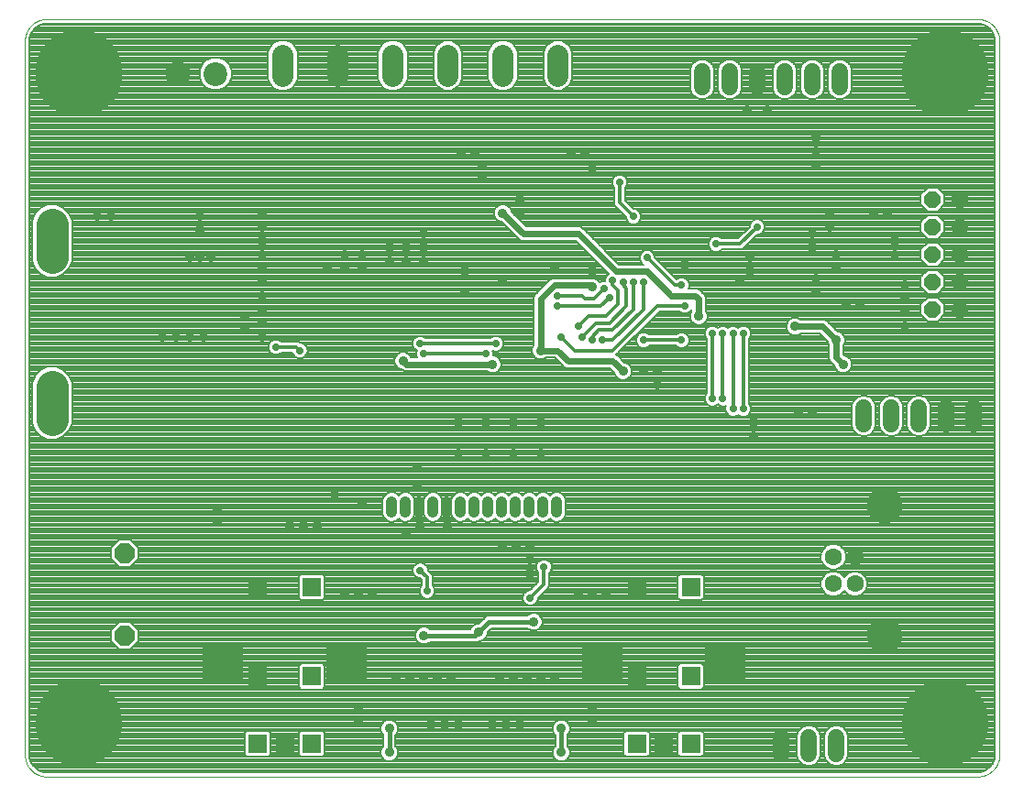
<source format=gbl>
G75*
%MOIN*%
%OFA0B0*%
%FSLAX25Y25*%
%IPPOS*%
%LPD*%
%AMOC8*
5,1,8,0,0,1.08239X$1,22.5*
%
%ADD10C,0.00400*%
%ADD11R,0.06693X0.06693*%
%ADD12R,0.14961X0.14961*%
%ADD13C,0.06299*%
%ADD14C,0.13055*%
%ADD15C,0.05906*%
%ADD16C,0.03962*%
%ADD17C,0.11811*%
%ADD18OC8,0.05906*%
%ADD19OC8,0.07087*%
%ADD20C,0.07677*%
%ADD21C,0.08661*%
%ADD22OC8,0.08661*%
%ADD23C,0.00787*%
%ADD24C,0.31496*%
%ADD25C,0.03562*%
%ADD26C,0.02400*%
%ADD27C,0.02775*%
%ADD28C,0.01200*%
%ADD29C,0.01600*%
D10*
X0032280Y0087909D02*
X0370863Y0087909D01*
X0371053Y0087911D01*
X0371243Y0087918D01*
X0371433Y0087930D01*
X0371623Y0087946D01*
X0371812Y0087966D01*
X0372001Y0087992D01*
X0372189Y0088021D01*
X0372376Y0088056D01*
X0372562Y0088095D01*
X0372747Y0088138D01*
X0372932Y0088186D01*
X0373115Y0088238D01*
X0373296Y0088294D01*
X0373476Y0088355D01*
X0373655Y0088421D01*
X0373832Y0088490D01*
X0374008Y0088564D01*
X0374181Y0088642D01*
X0374353Y0088725D01*
X0374522Y0088811D01*
X0374690Y0088901D01*
X0374855Y0088996D01*
X0375018Y0089094D01*
X0375178Y0089197D01*
X0375336Y0089303D01*
X0375491Y0089413D01*
X0375644Y0089526D01*
X0375794Y0089644D01*
X0375940Y0089765D01*
X0376084Y0089889D01*
X0376225Y0090017D01*
X0376363Y0090148D01*
X0376498Y0090283D01*
X0376629Y0090421D01*
X0376757Y0090562D01*
X0376881Y0090706D01*
X0377002Y0090852D01*
X0377120Y0091002D01*
X0377233Y0091155D01*
X0377343Y0091310D01*
X0377449Y0091468D01*
X0377552Y0091628D01*
X0377650Y0091791D01*
X0377745Y0091956D01*
X0377835Y0092124D01*
X0377921Y0092293D01*
X0378004Y0092465D01*
X0378082Y0092638D01*
X0378156Y0092814D01*
X0378225Y0092991D01*
X0378291Y0093170D01*
X0378352Y0093350D01*
X0378408Y0093531D01*
X0378460Y0093714D01*
X0378508Y0093899D01*
X0378551Y0094084D01*
X0378590Y0094270D01*
X0378625Y0094457D01*
X0378654Y0094645D01*
X0378680Y0094834D01*
X0378700Y0095023D01*
X0378716Y0095213D01*
X0378728Y0095403D01*
X0378735Y0095593D01*
X0378737Y0095783D01*
X0378737Y0355626D01*
X0378735Y0355816D01*
X0378728Y0356006D01*
X0378716Y0356196D01*
X0378700Y0356386D01*
X0378680Y0356575D01*
X0378654Y0356764D01*
X0378625Y0356952D01*
X0378590Y0357139D01*
X0378551Y0357325D01*
X0378508Y0357510D01*
X0378460Y0357695D01*
X0378408Y0357878D01*
X0378352Y0358059D01*
X0378291Y0358239D01*
X0378225Y0358418D01*
X0378156Y0358595D01*
X0378082Y0358771D01*
X0378004Y0358944D01*
X0377921Y0359116D01*
X0377835Y0359285D01*
X0377745Y0359453D01*
X0377650Y0359618D01*
X0377552Y0359781D01*
X0377449Y0359941D01*
X0377343Y0360099D01*
X0377233Y0360254D01*
X0377120Y0360407D01*
X0377002Y0360557D01*
X0376881Y0360703D01*
X0376757Y0360847D01*
X0376629Y0360988D01*
X0376498Y0361126D01*
X0376363Y0361261D01*
X0376225Y0361392D01*
X0376084Y0361520D01*
X0375940Y0361644D01*
X0375794Y0361765D01*
X0375644Y0361883D01*
X0375491Y0361996D01*
X0375336Y0362106D01*
X0375178Y0362212D01*
X0375018Y0362315D01*
X0374855Y0362413D01*
X0374690Y0362508D01*
X0374522Y0362598D01*
X0374353Y0362684D01*
X0374181Y0362767D01*
X0374008Y0362845D01*
X0373832Y0362919D01*
X0373655Y0362988D01*
X0373476Y0363054D01*
X0373296Y0363115D01*
X0373115Y0363171D01*
X0372932Y0363223D01*
X0372747Y0363271D01*
X0372562Y0363314D01*
X0372376Y0363353D01*
X0372189Y0363388D01*
X0372001Y0363417D01*
X0371812Y0363443D01*
X0371623Y0363463D01*
X0371433Y0363479D01*
X0371243Y0363491D01*
X0371053Y0363498D01*
X0370863Y0363500D01*
X0032280Y0363500D01*
X0032090Y0363498D01*
X0031900Y0363491D01*
X0031710Y0363479D01*
X0031520Y0363463D01*
X0031331Y0363443D01*
X0031142Y0363417D01*
X0030954Y0363388D01*
X0030767Y0363353D01*
X0030581Y0363314D01*
X0030396Y0363271D01*
X0030211Y0363223D01*
X0030028Y0363171D01*
X0029847Y0363115D01*
X0029667Y0363054D01*
X0029488Y0362988D01*
X0029311Y0362919D01*
X0029135Y0362845D01*
X0028962Y0362767D01*
X0028790Y0362684D01*
X0028621Y0362598D01*
X0028453Y0362508D01*
X0028288Y0362413D01*
X0028125Y0362315D01*
X0027965Y0362212D01*
X0027807Y0362106D01*
X0027652Y0361996D01*
X0027499Y0361883D01*
X0027349Y0361765D01*
X0027203Y0361644D01*
X0027059Y0361520D01*
X0026918Y0361392D01*
X0026780Y0361261D01*
X0026645Y0361126D01*
X0026514Y0360988D01*
X0026386Y0360847D01*
X0026262Y0360703D01*
X0026141Y0360557D01*
X0026023Y0360407D01*
X0025910Y0360254D01*
X0025800Y0360099D01*
X0025694Y0359941D01*
X0025591Y0359781D01*
X0025493Y0359618D01*
X0025398Y0359453D01*
X0025308Y0359285D01*
X0025222Y0359116D01*
X0025139Y0358944D01*
X0025061Y0358771D01*
X0024987Y0358595D01*
X0024918Y0358418D01*
X0024852Y0358239D01*
X0024791Y0358059D01*
X0024735Y0357878D01*
X0024683Y0357695D01*
X0024635Y0357510D01*
X0024592Y0357325D01*
X0024553Y0357139D01*
X0024518Y0356952D01*
X0024489Y0356764D01*
X0024463Y0356575D01*
X0024443Y0356386D01*
X0024427Y0356196D01*
X0024415Y0356006D01*
X0024408Y0355816D01*
X0024406Y0355626D01*
X0024406Y0095783D01*
X0024408Y0095593D01*
X0024415Y0095403D01*
X0024427Y0095213D01*
X0024443Y0095023D01*
X0024463Y0094834D01*
X0024489Y0094645D01*
X0024518Y0094457D01*
X0024553Y0094270D01*
X0024592Y0094084D01*
X0024635Y0093899D01*
X0024683Y0093714D01*
X0024735Y0093531D01*
X0024791Y0093350D01*
X0024852Y0093170D01*
X0024918Y0092991D01*
X0024987Y0092814D01*
X0025061Y0092638D01*
X0025139Y0092465D01*
X0025222Y0092293D01*
X0025308Y0092124D01*
X0025398Y0091956D01*
X0025493Y0091791D01*
X0025591Y0091628D01*
X0025694Y0091468D01*
X0025800Y0091310D01*
X0025910Y0091155D01*
X0026023Y0091002D01*
X0026141Y0090852D01*
X0026262Y0090706D01*
X0026386Y0090562D01*
X0026514Y0090421D01*
X0026645Y0090283D01*
X0026780Y0090148D01*
X0026918Y0090017D01*
X0027059Y0089889D01*
X0027203Y0089765D01*
X0027349Y0089644D01*
X0027499Y0089526D01*
X0027652Y0089413D01*
X0027807Y0089303D01*
X0027965Y0089197D01*
X0028125Y0089094D01*
X0028288Y0088996D01*
X0028453Y0088901D01*
X0028621Y0088811D01*
X0028790Y0088725D01*
X0028962Y0088642D01*
X0029135Y0088564D01*
X0029311Y0088490D01*
X0029488Y0088421D01*
X0029667Y0088355D01*
X0029847Y0088294D01*
X0030028Y0088238D01*
X0030211Y0088186D01*
X0030396Y0088138D01*
X0030581Y0088095D01*
X0030767Y0088056D01*
X0030954Y0088021D01*
X0031142Y0087992D01*
X0031331Y0087966D01*
X0031520Y0087946D01*
X0031710Y0087930D01*
X0031900Y0087918D01*
X0032090Y0087911D01*
X0032280Y0087909D01*
D11*
X0109052Y0099720D03*
X0109052Y0099720D03*
X0118894Y0099720D03*
X0118894Y0099720D03*
X0128737Y0099720D03*
X0128737Y0099720D03*
X0128737Y0124327D03*
X0109052Y0124327D03*
X0109052Y0156807D03*
X0128737Y0156807D03*
X0246847Y0156807D03*
X0266532Y0156807D03*
X0266532Y0124327D03*
X0246847Y0124327D03*
X0246847Y0099720D03*
X0246847Y0099720D03*
X0256690Y0099720D03*
X0256690Y0099720D03*
X0266532Y0099720D03*
X0266532Y0099720D03*
D12*
X0279131Y0129248D03*
X0234249Y0129248D03*
X0141335Y0129248D03*
X0096453Y0129248D03*
D13*
X0318363Y0157988D03*
X0326237Y0157988D03*
X0326237Y0167831D03*
X0318363Y0167831D03*
D14*
X0336906Y0186610D03*
X0336906Y0139209D03*
D15*
X0319406Y0102112D02*
X0319406Y0096207D01*
X0309406Y0096207D02*
X0309406Y0102112D01*
X0299406Y0102112D02*
X0299406Y0096207D01*
X0329406Y0216207D02*
X0329406Y0222112D01*
X0339406Y0222112D02*
X0339406Y0216207D01*
X0349406Y0216207D02*
X0349406Y0222112D01*
X0359406Y0222112D02*
X0359406Y0216207D01*
X0369406Y0216207D02*
X0369406Y0222112D01*
X0320656Y0338707D02*
X0320656Y0344612D01*
X0310656Y0344612D02*
X0310656Y0338707D01*
X0300656Y0338707D02*
X0300656Y0344612D01*
X0290656Y0344612D02*
X0290656Y0338707D01*
X0280656Y0338707D02*
X0280656Y0344612D01*
X0270656Y0344612D02*
X0270656Y0338707D01*
D16*
X0217792Y0187971D02*
X0217792Y0184009D01*
X0212792Y0184009D02*
X0212792Y0187971D01*
X0207792Y0187971D02*
X0207792Y0184009D01*
X0202792Y0184009D02*
X0202792Y0187971D01*
X0197792Y0187971D02*
X0197792Y0184009D01*
X0192792Y0184009D02*
X0192792Y0187971D01*
X0187792Y0187971D02*
X0187792Y0184009D01*
X0182792Y0184009D02*
X0182792Y0187971D01*
X0177792Y0187971D02*
X0177792Y0184009D01*
X0172792Y0184009D02*
X0172792Y0187971D01*
X0167792Y0187971D02*
X0167792Y0184009D01*
X0162792Y0184009D02*
X0162792Y0187971D01*
X0157792Y0187971D02*
X0157792Y0184009D01*
D17*
X0034249Y0217880D02*
X0034249Y0229691D01*
X0034249Y0276935D02*
X0034249Y0288746D01*
D18*
X0354406Y0287909D03*
X0354406Y0277909D03*
X0364406Y0277909D03*
X0364406Y0287909D03*
X0364406Y0297909D03*
X0354406Y0297909D03*
X0354406Y0267909D03*
X0354406Y0257909D03*
X0364406Y0257909D03*
X0364406Y0267909D03*
D19*
X0060656Y0169159D03*
X0060656Y0139159D03*
D20*
X0118156Y0342821D02*
X0118156Y0350498D01*
X0138156Y0350498D02*
X0138156Y0342821D01*
X0158156Y0342821D02*
X0158156Y0350498D01*
X0178156Y0350498D02*
X0178156Y0342821D01*
X0198156Y0342821D02*
X0198156Y0350498D01*
X0218156Y0350498D02*
X0218156Y0342821D01*
D21*
X0093796Y0343638D03*
D22*
X0080016Y0343638D03*
D23*
X0087872Y0343331D02*
X0026000Y0343331D01*
X0026000Y0342545D02*
X0087872Y0342545D01*
X0087872Y0342459D02*
X0088773Y0340282D01*
X0090440Y0338615D01*
X0092617Y0337713D01*
X0094974Y0337713D01*
X0097152Y0338615D01*
X0098818Y0340282D01*
X0099720Y0342459D01*
X0099720Y0344816D01*
X0098818Y0346994D01*
X0097152Y0348660D01*
X0094974Y0349562D01*
X0092617Y0349562D01*
X0090440Y0348660D01*
X0088773Y0346994D01*
X0087872Y0344816D01*
X0087872Y0342459D01*
X0088161Y0341759D02*
X0026000Y0341759D01*
X0026000Y0340973D02*
X0088487Y0340973D01*
X0088868Y0340187D02*
X0026000Y0340187D01*
X0026000Y0339402D02*
X0089654Y0339402D01*
X0090440Y0338616D02*
X0026000Y0338616D01*
X0026000Y0337830D02*
X0092337Y0337830D01*
X0095255Y0337830D02*
X0116011Y0337830D01*
X0115079Y0338216D02*
X0117076Y0337389D01*
X0119237Y0337389D01*
X0121233Y0338216D01*
X0122761Y0339744D01*
X0123588Y0341740D01*
X0123588Y0351579D01*
X0122761Y0353575D01*
X0121233Y0355103D01*
X0119237Y0355930D01*
X0117076Y0355930D01*
X0115079Y0355103D01*
X0113551Y0353575D01*
X0112724Y0351579D01*
X0112724Y0341740D01*
X0113551Y0339744D01*
X0115079Y0338216D01*
X0114679Y0338616D02*
X0097152Y0338616D01*
X0097938Y0339402D02*
X0113893Y0339402D01*
X0113367Y0340187D02*
X0098724Y0340187D01*
X0099105Y0340973D02*
X0113042Y0340973D01*
X0112724Y0341759D02*
X0099430Y0341759D01*
X0099720Y0342545D02*
X0112724Y0342545D01*
X0112724Y0343331D02*
X0099720Y0343331D01*
X0099720Y0344117D02*
X0112724Y0344117D01*
X0112724Y0344903D02*
X0099684Y0344903D01*
X0099359Y0345689D02*
X0112724Y0345689D01*
X0112724Y0346475D02*
X0099033Y0346475D01*
X0098551Y0347261D02*
X0112724Y0347261D01*
X0112724Y0348047D02*
X0097765Y0348047D01*
X0096736Y0348833D02*
X0112724Y0348833D01*
X0112724Y0349618D02*
X0026000Y0349618D01*
X0026000Y0348833D02*
X0090856Y0348833D01*
X0089826Y0348047D02*
X0026000Y0348047D01*
X0026000Y0347261D02*
X0089040Y0347261D01*
X0088559Y0346475D02*
X0026000Y0346475D01*
X0026000Y0345689D02*
X0088233Y0345689D01*
X0087907Y0344903D02*
X0026000Y0344903D01*
X0026000Y0344117D02*
X0087872Y0344117D01*
X0112724Y0350404D02*
X0026000Y0350404D01*
X0026000Y0351190D02*
X0112724Y0351190D01*
X0112889Y0351976D02*
X0026000Y0351976D01*
X0026000Y0352762D02*
X0113214Y0352762D01*
X0113540Y0353548D02*
X0026000Y0353548D01*
X0026000Y0354334D02*
X0114310Y0354334D01*
X0115119Y0355120D02*
X0026000Y0355120D01*
X0026000Y0355626D02*
X0026077Y0356608D01*
X0026684Y0358477D01*
X0027839Y0360067D01*
X0029429Y0361222D01*
X0031298Y0361829D01*
X0032280Y0361906D01*
X0370863Y0361906D01*
X0371845Y0361829D01*
X0373714Y0361222D01*
X0375304Y0360067D01*
X0376459Y0358477D01*
X0377066Y0356608D01*
X0377143Y0355626D01*
X0377143Y0095783D01*
X0377066Y0094801D01*
X0376459Y0092932D01*
X0375304Y0091343D01*
X0373714Y0090188D01*
X0371845Y0089580D01*
X0370863Y0089503D01*
X0032280Y0089503D01*
X0031298Y0089580D01*
X0029429Y0090188D01*
X0027839Y0091343D01*
X0026684Y0092932D01*
X0026077Y0094801D01*
X0026000Y0095783D01*
X0026000Y0355626D01*
X0026022Y0355906D02*
X0117016Y0355906D01*
X0119296Y0355906D02*
X0157016Y0355906D01*
X0157076Y0355930D02*
X0155079Y0355103D01*
X0153551Y0353575D01*
X0152724Y0351579D01*
X0152724Y0341740D01*
X0153551Y0339744D01*
X0155079Y0338216D01*
X0157076Y0337389D01*
X0159237Y0337389D01*
X0161233Y0338216D01*
X0162761Y0339744D01*
X0163588Y0341740D01*
X0163588Y0351579D01*
X0162761Y0353575D01*
X0161233Y0355103D01*
X0159237Y0355930D01*
X0157076Y0355930D01*
X0155119Y0355120D02*
X0121193Y0355120D01*
X0122003Y0354334D02*
X0154310Y0354334D01*
X0153540Y0353548D02*
X0122773Y0353548D01*
X0123098Y0352762D02*
X0153214Y0352762D01*
X0152889Y0351976D02*
X0123424Y0351976D01*
X0123588Y0351190D02*
X0152724Y0351190D01*
X0152724Y0350404D02*
X0123588Y0350404D01*
X0123588Y0349618D02*
X0152724Y0349618D01*
X0152724Y0348833D02*
X0123588Y0348833D01*
X0123588Y0348047D02*
X0152724Y0348047D01*
X0152724Y0347261D02*
X0123588Y0347261D01*
X0123588Y0346475D02*
X0152724Y0346475D01*
X0152724Y0345689D02*
X0123588Y0345689D01*
X0123588Y0344903D02*
X0152724Y0344903D01*
X0152724Y0344117D02*
X0123588Y0344117D01*
X0123588Y0343331D02*
X0152724Y0343331D01*
X0152724Y0342545D02*
X0123588Y0342545D01*
X0123588Y0341759D02*
X0152724Y0341759D01*
X0153042Y0340973D02*
X0123271Y0340973D01*
X0122945Y0340187D02*
X0153367Y0340187D01*
X0153893Y0339402D02*
X0122419Y0339402D01*
X0121633Y0338616D02*
X0154679Y0338616D01*
X0156011Y0337830D02*
X0120302Y0337830D01*
X0160302Y0337830D02*
X0176533Y0337830D01*
X0177115Y0337589D02*
X0179197Y0337589D01*
X0181120Y0338385D01*
X0182592Y0339857D01*
X0183388Y0341780D01*
X0183388Y0351539D01*
X0182592Y0353462D01*
X0181120Y0354934D01*
X0179197Y0355730D01*
X0177115Y0355730D01*
X0175192Y0354934D01*
X0173720Y0353462D01*
X0172924Y0351539D01*
X0172924Y0341780D01*
X0173720Y0339857D01*
X0175192Y0338385D01*
X0177115Y0337589D01*
X0174962Y0338616D02*
X0161633Y0338616D01*
X0162419Y0339402D02*
X0174176Y0339402D01*
X0173584Y0340187D02*
X0162945Y0340187D01*
X0163271Y0340973D02*
X0173258Y0340973D01*
X0172932Y0341759D02*
X0163588Y0341759D01*
X0163588Y0342545D02*
X0172924Y0342545D01*
X0172924Y0343331D02*
X0163588Y0343331D01*
X0163588Y0344117D02*
X0172924Y0344117D01*
X0172924Y0344903D02*
X0163588Y0344903D01*
X0163588Y0345689D02*
X0172924Y0345689D01*
X0172924Y0346475D02*
X0163588Y0346475D01*
X0163588Y0347261D02*
X0172924Y0347261D01*
X0172924Y0348047D02*
X0163588Y0348047D01*
X0163588Y0348833D02*
X0172924Y0348833D01*
X0172924Y0349618D02*
X0163588Y0349618D01*
X0163588Y0350404D02*
X0172924Y0350404D01*
X0172924Y0351190D02*
X0163588Y0351190D01*
X0163424Y0351976D02*
X0173105Y0351976D01*
X0173431Y0352762D02*
X0163098Y0352762D01*
X0162773Y0353548D02*
X0173807Y0353548D01*
X0174592Y0354334D02*
X0162003Y0354334D01*
X0161193Y0355120D02*
X0175642Y0355120D01*
X0180671Y0355120D02*
X0195119Y0355120D01*
X0195079Y0355103D02*
X0193551Y0353575D01*
X0192724Y0351579D01*
X0192724Y0341740D01*
X0193551Y0339744D01*
X0195079Y0338216D01*
X0197076Y0337389D01*
X0199237Y0337389D01*
X0201233Y0338216D01*
X0202761Y0339744D01*
X0203588Y0341740D01*
X0203588Y0351579D01*
X0202761Y0353575D01*
X0201233Y0355103D01*
X0199237Y0355930D01*
X0197076Y0355930D01*
X0195079Y0355103D01*
X0194310Y0354334D02*
X0181720Y0354334D01*
X0182506Y0353548D02*
X0193540Y0353548D01*
X0193214Y0352762D02*
X0182882Y0352762D01*
X0183207Y0351976D02*
X0192889Y0351976D01*
X0192724Y0351190D02*
X0183388Y0351190D01*
X0183388Y0350404D02*
X0192724Y0350404D01*
X0192724Y0349618D02*
X0183388Y0349618D01*
X0183388Y0348833D02*
X0192724Y0348833D01*
X0192724Y0348047D02*
X0183388Y0348047D01*
X0183388Y0347261D02*
X0192724Y0347261D01*
X0192724Y0346475D02*
X0183388Y0346475D01*
X0183388Y0345689D02*
X0192724Y0345689D01*
X0192724Y0344903D02*
X0183388Y0344903D01*
X0183388Y0344117D02*
X0192724Y0344117D01*
X0192724Y0343331D02*
X0183388Y0343331D01*
X0183388Y0342545D02*
X0192724Y0342545D01*
X0192724Y0341759D02*
X0183380Y0341759D01*
X0183054Y0340973D02*
X0193042Y0340973D01*
X0193367Y0340187D02*
X0182729Y0340187D01*
X0182136Y0339402D02*
X0193893Y0339402D01*
X0194679Y0338616D02*
X0181351Y0338616D01*
X0179779Y0337830D02*
X0196011Y0337830D01*
X0200302Y0337830D02*
X0216533Y0337830D01*
X0217115Y0337589D02*
X0219197Y0337589D01*
X0221120Y0338385D01*
X0222592Y0339857D01*
X0223388Y0341780D01*
X0223388Y0351539D01*
X0222592Y0353462D01*
X0221120Y0354934D01*
X0219197Y0355730D01*
X0217115Y0355730D01*
X0215192Y0354934D01*
X0213720Y0353462D01*
X0212924Y0351539D01*
X0212924Y0341780D01*
X0213720Y0339857D01*
X0215192Y0338385D01*
X0217115Y0337589D01*
X0214962Y0338616D02*
X0201633Y0338616D01*
X0202419Y0339402D02*
X0214176Y0339402D01*
X0213584Y0340187D02*
X0202945Y0340187D01*
X0203271Y0340973D02*
X0213258Y0340973D01*
X0212932Y0341759D02*
X0203588Y0341759D01*
X0203588Y0342545D02*
X0212924Y0342545D01*
X0212924Y0343331D02*
X0203588Y0343331D01*
X0203588Y0344117D02*
X0212924Y0344117D01*
X0212924Y0344903D02*
X0203588Y0344903D01*
X0203588Y0345689D02*
X0212924Y0345689D01*
X0212924Y0346475D02*
X0203588Y0346475D01*
X0203588Y0347261D02*
X0212924Y0347261D01*
X0212924Y0348047D02*
X0203588Y0348047D01*
X0203588Y0348833D02*
X0212924Y0348833D01*
X0212924Y0349618D02*
X0203588Y0349618D01*
X0203588Y0350404D02*
X0212924Y0350404D01*
X0212924Y0351190D02*
X0203588Y0351190D01*
X0203424Y0351976D02*
X0213105Y0351976D01*
X0213431Y0352762D02*
X0203098Y0352762D01*
X0202773Y0353548D02*
X0213807Y0353548D01*
X0214592Y0354334D02*
X0202003Y0354334D01*
X0201193Y0355120D02*
X0215642Y0355120D01*
X0220671Y0355120D02*
X0377143Y0355120D01*
X0377121Y0355906D02*
X0199296Y0355906D01*
X0197016Y0355906D02*
X0159296Y0355906D01*
X0219779Y0337830D02*
X0266315Y0337830D01*
X0266310Y0337842D02*
X0266971Y0336245D01*
X0268194Y0335022D01*
X0269792Y0334360D01*
X0271521Y0334360D01*
X0273118Y0335022D01*
X0274341Y0336245D01*
X0275003Y0337842D01*
X0275003Y0345477D01*
X0274341Y0347074D01*
X0273118Y0348297D01*
X0271521Y0348959D01*
X0269792Y0348959D01*
X0268194Y0348297D01*
X0266971Y0347074D01*
X0266310Y0345477D01*
X0266310Y0337842D01*
X0266310Y0338616D02*
X0221351Y0338616D01*
X0222136Y0339402D02*
X0266310Y0339402D01*
X0266310Y0340187D02*
X0222729Y0340187D01*
X0223054Y0340973D02*
X0266310Y0340973D01*
X0266310Y0341759D02*
X0223380Y0341759D01*
X0223388Y0342545D02*
X0266310Y0342545D01*
X0266310Y0343331D02*
X0223388Y0343331D01*
X0223388Y0344117D02*
X0266310Y0344117D01*
X0266310Y0344903D02*
X0223388Y0344903D01*
X0223388Y0345689D02*
X0266398Y0345689D01*
X0266723Y0346475D02*
X0223388Y0346475D01*
X0223388Y0347261D02*
X0267158Y0347261D01*
X0267944Y0348047D02*
X0223388Y0348047D01*
X0223388Y0348833D02*
X0269487Y0348833D01*
X0271825Y0348833D02*
X0279487Y0348833D01*
X0279792Y0348959D02*
X0278194Y0348297D01*
X0276971Y0347074D01*
X0276310Y0345477D01*
X0276310Y0337842D01*
X0276971Y0336245D01*
X0278194Y0335022D01*
X0279792Y0334360D01*
X0281521Y0334360D01*
X0283118Y0335022D01*
X0284341Y0336245D01*
X0285003Y0337842D01*
X0285003Y0345477D01*
X0284341Y0347074D01*
X0283118Y0348297D01*
X0281521Y0348959D01*
X0279792Y0348959D01*
X0281825Y0348833D02*
X0299487Y0348833D01*
X0299792Y0348959D02*
X0298194Y0348297D01*
X0296971Y0347074D01*
X0296310Y0345477D01*
X0296310Y0337842D01*
X0296971Y0336245D01*
X0298194Y0335022D01*
X0299792Y0334360D01*
X0301521Y0334360D01*
X0303118Y0335022D01*
X0304341Y0336245D01*
X0305003Y0337842D01*
X0305003Y0345477D01*
X0304341Y0347074D01*
X0303118Y0348297D01*
X0301521Y0348959D01*
X0299792Y0348959D01*
X0301825Y0348833D02*
X0309487Y0348833D01*
X0309792Y0348959D02*
X0308194Y0348297D01*
X0306971Y0347074D01*
X0306310Y0345477D01*
X0306310Y0337842D01*
X0306971Y0336245D01*
X0308194Y0335022D01*
X0309792Y0334360D01*
X0311521Y0334360D01*
X0313118Y0335022D01*
X0314341Y0336245D01*
X0315003Y0337842D01*
X0315003Y0345477D01*
X0314341Y0347074D01*
X0313118Y0348297D01*
X0311521Y0348959D01*
X0309792Y0348959D01*
X0311825Y0348833D02*
X0319487Y0348833D01*
X0319792Y0348959D02*
X0318194Y0348297D01*
X0316971Y0347074D01*
X0316310Y0345477D01*
X0316310Y0337842D01*
X0316971Y0336245D01*
X0318194Y0335022D01*
X0319792Y0334360D01*
X0321521Y0334360D01*
X0323118Y0335022D01*
X0324341Y0336245D01*
X0325003Y0337842D01*
X0325003Y0345477D01*
X0324341Y0347074D01*
X0323118Y0348297D01*
X0321521Y0348959D01*
X0319792Y0348959D01*
X0321825Y0348833D02*
X0377143Y0348833D01*
X0377143Y0349618D02*
X0223388Y0349618D01*
X0223388Y0350404D02*
X0377143Y0350404D01*
X0377143Y0351190D02*
X0223388Y0351190D01*
X0223207Y0351976D02*
X0377143Y0351976D01*
X0377143Y0352762D02*
X0222882Y0352762D01*
X0222506Y0353548D02*
X0377143Y0353548D01*
X0377143Y0354334D02*
X0221720Y0354334D01*
X0266640Y0337044D02*
X0026000Y0337044D01*
X0026000Y0336258D02*
X0266966Y0336258D01*
X0267744Y0335472D02*
X0026000Y0335472D01*
X0026000Y0334686D02*
X0269005Y0334686D01*
X0272307Y0334686D02*
X0279005Y0334686D01*
X0277744Y0335472D02*
X0273568Y0335472D01*
X0274346Y0336258D02*
X0276966Y0336258D01*
X0276640Y0337044D02*
X0274672Y0337044D01*
X0274997Y0337830D02*
X0276315Y0337830D01*
X0276310Y0338616D02*
X0275003Y0338616D01*
X0275003Y0339402D02*
X0276310Y0339402D01*
X0276310Y0340187D02*
X0275003Y0340187D01*
X0275003Y0340973D02*
X0276310Y0340973D01*
X0276310Y0341759D02*
X0275003Y0341759D01*
X0275003Y0342545D02*
X0276310Y0342545D01*
X0276310Y0343331D02*
X0275003Y0343331D01*
X0275003Y0344117D02*
X0276310Y0344117D01*
X0276310Y0344903D02*
X0275003Y0344903D01*
X0274915Y0345689D02*
X0276398Y0345689D01*
X0276723Y0346475D02*
X0274589Y0346475D01*
X0274154Y0347261D02*
X0277158Y0347261D01*
X0277944Y0348047D02*
X0273369Y0348047D01*
X0283369Y0348047D02*
X0297944Y0348047D01*
X0297158Y0347261D02*
X0284154Y0347261D01*
X0284589Y0346475D02*
X0296723Y0346475D01*
X0296398Y0345689D02*
X0284915Y0345689D01*
X0285003Y0344903D02*
X0296310Y0344903D01*
X0296310Y0344117D02*
X0285003Y0344117D01*
X0285003Y0343331D02*
X0296310Y0343331D01*
X0296310Y0342545D02*
X0285003Y0342545D01*
X0285003Y0341759D02*
X0296310Y0341759D01*
X0296310Y0340973D02*
X0285003Y0340973D01*
X0285003Y0340187D02*
X0296310Y0340187D01*
X0296310Y0339402D02*
X0285003Y0339402D01*
X0285003Y0338616D02*
X0296310Y0338616D01*
X0296315Y0337830D02*
X0284997Y0337830D01*
X0284672Y0337044D02*
X0296640Y0337044D01*
X0296966Y0336258D02*
X0284346Y0336258D01*
X0283568Y0335472D02*
X0297744Y0335472D01*
X0299005Y0334686D02*
X0282307Y0334686D01*
X0302307Y0334686D02*
X0309005Y0334686D01*
X0307744Y0335472D02*
X0303568Y0335472D01*
X0304346Y0336258D02*
X0306966Y0336258D01*
X0306640Y0337044D02*
X0304672Y0337044D01*
X0304997Y0337830D02*
X0306315Y0337830D01*
X0306310Y0338616D02*
X0305003Y0338616D01*
X0305003Y0339402D02*
X0306310Y0339402D01*
X0306310Y0340187D02*
X0305003Y0340187D01*
X0305003Y0340973D02*
X0306310Y0340973D01*
X0306310Y0341759D02*
X0305003Y0341759D01*
X0305003Y0342545D02*
X0306310Y0342545D01*
X0306310Y0343331D02*
X0305003Y0343331D01*
X0305003Y0344117D02*
X0306310Y0344117D01*
X0306310Y0344903D02*
X0305003Y0344903D01*
X0304915Y0345689D02*
X0306398Y0345689D01*
X0306723Y0346475D02*
X0304589Y0346475D01*
X0304154Y0347261D02*
X0307158Y0347261D01*
X0307944Y0348047D02*
X0303369Y0348047D01*
X0313369Y0348047D02*
X0317944Y0348047D01*
X0317158Y0347261D02*
X0314154Y0347261D01*
X0314589Y0346475D02*
X0316723Y0346475D01*
X0316398Y0345689D02*
X0314915Y0345689D01*
X0315003Y0344903D02*
X0316310Y0344903D01*
X0316310Y0344117D02*
X0315003Y0344117D01*
X0315003Y0343331D02*
X0316310Y0343331D01*
X0316310Y0342545D02*
X0315003Y0342545D01*
X0315003Y0341759D02*
X0316310Y0341759D01*
X0316310Y0340973D02*
X0315003Y0340973D01*
X0315003Y0340187D02*
X0316310Y0340187D01*
X0316310Y0339402D02*
X0315003Y0339402D01*
X0315003Y0338616D02*
X0316310Y0338616D01*
X0316315Y0337830D02*
X0314997Y0337830D01*
X0314672Y0337044D02*
X0316640Y0337044D01*
X0316966Y0336258D02*
X0314346Y0336258D01*
X0313568Y0335472D02*
X0317744Y0335472D01*
X0319005Y0334686D02*
X0312307Y0334686D01*
X0322307Y0334686D02*
X0377143Y0334686D01*
X0377143Y0333900D02*
X0026000Y0333900D01*
X0026000Y0333114D02*
X0377143Y0333114D01*
X0377143Y0332328D02*
X0026000Y0332328D01*
X0026000Y0331542D02*
X0377143Y0331542D01*
X0377143Y0330757D02*
X0026000Y0330757D01*
X0026000Y0329971D02*
X0377143Y0329971D01*
X0377143Y0329185D02*
X0026000Y0329185D01*
X0026000Y0328399D02*
X0377143Y0328399D01*
X0377143Y0327613D02*
X0026000Y0327613D01*
X0026000Y0326827D02*
X0377143Y0326827D01*
X0377143Y0326041D02*
X0026000Y0326041D01*
X0026000Y0325255D02*
X0377143Y0325255D01*
X0377143Y0324469D02*
X0026000Y0324469D01*
X0026000Y0323683D02*
X0377143Y0323683D01*
X0377143Y0322897D02*
X0026000Y0322897D01*
X0026000Y0322111D02*
X0377143Y0322111D01*
X0377143Y0321326D02*
X0026000Y0321326D01*
X0026000Y0320540D02*
X0377143Y0320540D01*
X0377143Y0319754D02*
X0026000Y0319754D01*
X0026000Y0318968D02*
X0377143Y0318968D01*
X0377143Y0318182D02*
X0026000Y0318182D01*
X0026000Y0317396D02*
X0377143Y0317396D01*
X0377143Y0316610D02*
X0026000Y0316610D01*
X0026000Y0315824D02*
X0377143Y0315824D01*
X0377143Y0315038D02*
X0026000Y0315038D01*
X0026000Y0314252D02*
X0377143Y0314252D01*
X0377143Y0313466D02*
X0026000Y0313466D01*
X0026000Y0312681D02*
X0377143Y0312681D01*
X0377143Y0311895D02*
X0026000Y0311895D01*
X0026000Y0311109D02*
X0377143Y0311109D01*
X0377143Y0310323D02*
X0026000Y0310323D01*
X0026000Y0309537D02*
X0377143Y0309537D01*
X0377143Y0308751D02*
X0026000Y0308751D01*
X0026000Y0307965D02*
X0377143Y0307965D01*
X0377143Y0307179D02*
X0026000Y0307179D01*
X0026000Y0306393D02*
X0238957Y0306393D01*
X0239081Y0306517D02*
X0238298Y0305735D01*
X0237875Y0304713D01*
X0237875Y0303606D01*
X0238298Y0302584D01*
X0238662Y0302220D01*
X0238662Y0295834D01*
X0239830Y0294666D01*
X0242875Y0291621D01*
X0242875Y0291106D01*
X0243298Y0290084D01*
X0244081Y0289302D01*
X0245103Y0288878D01*
X0246209Y0288878D01*
X0247232Y0289302D01*
X0248014Y0290084D01*
X0248437Y0291106D01*
X0248437Y0292213D01*
X0248014Y0293235D01*
X0247232Y0294017D01*
X0246209Y0294441D01*
X0245695Y0294441D01*
X0242650Y0297485D01*
X0242650Y0302220D01*
X0243014Y0302584D01*
X0243437Y0303606D01*
X0243437Y0304713D01*
X0243014Y0305735D01*
X0242232Y0306517D01*
X0241209Y0306941D01*
X0240103Y0306941D01*
X0239081Y0306517D01*
X0238246Y0305607D02*
X0026000Y0305607D01*
X0026000Y0304821D02*
X0237920Y0304821D01*
X0237875Y0304035D02*
X0026000Y0304035D01*
X0026000Y0303250D02*
X0238023Y0303250D01*
X0238419Y0302464D02*
X0026000Y0302464D01*
X0026000Y0301678D02*
X0238662Y0301678D01*
X0238662Y0300892D02*
X0026000Y0300892D01*
X0026000Y0300106D02*
X0238662Y0300106D01*
X0238662Y0299320D02*
X0026000Y0299320D01*
X0026000Y0298534D02*
X0238662Y0298534D01*
X0238662Y0297748D02*
X0026000Y0297748D01*
X0026000Y0296962D02*
X0238662Y0296962D01*
X0238662Y0296176D02*
X0026000Y0296176D01*
X0026000Y0295390D02*
X0031216Y0295390D01*
X0030114Y0294934D02*
X0032797Y0296045D01*
X0035701Y0296045D01*
X0038383Y0294934D01*
X0040437Y0292881D01*
X0041548Y0290198D01*
X0041548Y0275483D01*
X0040437Y0272800D01*
X0038383Y0270747D01*
X0035701Y0269636D01*
X0032797Y0269636D01*
X0030114Y0270747D01*
X0028061Y0272800D01*
X0026949Y0275483D01*
X0026949Y0290198D01*
X0028061Y0292881D01*
X0030114Y0294934D01*
X0029785Y0294605D02*
X0026000Y0294605D01*
X0026000Y0293819D02*
X0028999Y0293819D01*
X0028213Y0293033D02*
X0026000Y0293033D01*
X0026000Y0292247D02*
X0027798Y0292247D01*
X0027473Y0291461D02*
X0026000Y0291461D01*
X0026000Y0290675D02*
X0027147Y0290675D01*
X0026949Y0289889D02*
X0026000Y0289889D01*
X0026000Y0289103D02*
X0026949Y0289103D01*
X0026949Y0288317D02*
X0026000Y0288317D01*
X0026000Y0287531D02*
X0026949Y0287531D01*
X0026949Y0286745D02*
X0026000Y0286745D01*
X0026000Y0285959D02*
X0026949Y0285959D01*
X0026949Y0285174D02*
X0026000Y0285174D01*
X0026000Y0284388D02*
X0026949Y0284388D01*
X0026949Y0283602D02*
X0026000Y0283602D01*
X0026000Y0282816D02*
X0026949Y0282816D01*
X0026949Y0282030D02*
X0026000Y0282030D01*
X0026000Y0281244D02*
X0026949Y0281244D01*
X0026949Y0280458D02*
X0026000Y0280458D01*
X0026000Y0279672D02*
X0026949Y0279672D01*
X0026949Y0278886D02*
X0026000Y0278886D01*
X0026000Y0278100D02*
X0026949Y0278100D01*
X0026949Y0277314D02*
X0026000Y0277314D01*
X0026000Y0276529D02*
X0026949Y0276529D01*
X0026949Y0275743D02*
X0026000Y0275743D01*
X0026000Y0274957D02*
X0027168Y0274957D01*
X0027493Y0274171D02*
X0026000Y0274171D01*
X0026000Y0273385D02*
X0027819Y0273385D01*
X0028262Y0272599D02*
X0026000Y0272599D01*
X0026000Y0271813D02*
X0029048Y0271813D01*
X0029834Y0271027D02*
X0026000Y0271027D01*
X0026000Y0270241D02*
X0031335Y0270241D01*
X0037162Y0270241D02*
X0235930Y0270241D01*
X0235798Y0270110D02*
X0235375Y0269088D01*
X0235375Y0268191D01*
X0234478Y0268191D01*
X0233456Y0267767D01*
X0233399Y0267710D01*
X0233348Y0267833D01*
X0232455Y0268726D01*
X0231288Y0269209D01*
X0230653Y0269209D01*
X0230547Y0269253D01*
X0216390Y0269253D01*
X0215437Y0268858D01*
X0214707Y0268129D01*
X0209707Y0263129D01*
X0209312Y0262175D01*
X0209312Y0244806D01*
X0209215Y0244708D01*
X0208731Y0243541D01*
X0208731Y0242278D01*
X0209215Y0241111D01*
X0210108Y0240218D01*
X0211275Y0239735D01*
X0212538Y0239735D01*
X0213705Y0240218D01*
X0213802Y0240316D01*
X0217082Y0240316D01*
X0219707Y0237690D01*
X0220437Y0236961D01*
X0221390Y0236566D01*
X0237082Y0236566D01*
X0238731Y0234916D01*
X0238731Y0234778D01*
X0239215Y0233611D01*
X0240108Y0232718D01*
X0241275Y0232235D01*
X0242538Y0232235D01*
X0243705Y0232718D01*
X0244598Y0233611D01*
X0245081Y0234778D01*
X0245081Y0236041D01*
X0244598Y0237208D01*
X0243705Y0238101D01*
X0242538Y0238584D01*
X0242399Y0238584D01*
X0239625Y0241358D01*
X0239483Y0241417D01*
X0240150Y0242084D01*
X0255232Y0257166D01*
X0262467Y0257166D01*
X0262831Y0256802D01*
X0263853Y0256378D01*
X0264959Y0256378D01*
X0265982Y0256802D01*
X0266764Y0257584D01*
X0266812Y0257701D01*
X0266812Y0257306D01*
X0266715Y0257208D01*
X0266231Y0256041D01*
X0266231Y0254778D01*
X0266715Y0253611D01*
X0267608Y0252718D01*
X0268775Y0252235D01*
X0270038Y0252235D01*
X0271205Y0252718D01*
X0272098Y0253611D01*
X0272581Y0254778D01*
X0272581Y0256041D01*
X0272098Y0257208D01*
X0272000Y0257306D01*
X0272000Y0262175D01*
X0271605Y0263129D01*
X0270355Y0264379D01*
X0269625Y0265108D01*
X0268672Y0265503D01*
X0265687Y0265503D01*
X0265937Y0266106D01*
X0265937Y0267213D01*
X0265514Y0268235D01*
X0264732Y0269017D01*
X0263709Y0269441D01*
X0262603Y0269441D01*
X0261581Y0269017D01*
X0261349Y0268786D01*
X0253437Y0276698D01*
X0253437Y0277213D01*
X0253014Y0278235D01*
X0252232Y0279017D01*
X0251209Y0279441D01*
X0250103Y0279441D01*
X0249081Y0279017D01*
X0248298Y0278235D01*
X0247875Y0277213D01*
X0247875Y0276106D01*
X0248298Y0275084D01*
X0249081Y0274302D01*
X0249198Y0274253D01*
X0240480Y0274253D01*
X0227855Y0286879D01*
X0227125Y0287608D01*
X0226172Y0288003D01*
X0206730Y0288003D01*
X0201331Y0293403D01*
X0201331Y0293541D01*
X0200848Y0294708D01*
X0199955Y0295601D01*
X0198788Y0296084D01*
X0197525Y0296084D01*
X0196358Y0295601D01*
X0195465Y0294708D01*
X0194981Y0293541D01*
X0194981Y0292278D01*
X0195465Y0291111D01*
X0196358Y0290218D01*
X0197525Y0289735D01*
X0197663Y0289735D01*
X0204187Y0283211D01*
X0205140Y0282816D01*
X0041548Y0282816D01*
X0041548Y0283602D02*
X0203796Y0283602D01*
X0203010Y0284388D02*
X0041548Y0284388D01*
X0041548Y0285174D02*
X0202224Y0285174D01*
X0201438Y0285959D02*
X0041548Y0285959D01*
X0041548Y0286745D02*
X0200652Y0286745D01*
X0199866Y0287531D02*
X0041548Y0287531D01*
X0041548Y0288317D02*
X0199080Y0288317D01*
X0198294Y0289103D02*
X0041548Y0289103D01*
X0041548Y0289889D02*
X0197152Y0289889D01*
X0195901Y0290675D02*
X0041350Y0290675D01*
X0041025Y0291461D02*
X0195320Y0291461D01*
X0194994Y0292247D02*
X0040699Y0292247D01*
X0040285Y0293033D02*
X0194981Y0293033D01*
X0195096Y0293819D02*
X0039499Y0293819D01*
X0038713Y0294605D02*
X0195422Y0294605D01*
X0196147Y0295390D02*
X0037281Y0295390D01*
X0041548Y0282030D02*
X0225368Y0282030D01*
X0226154Y0281244D02*
X0041548Y0281244D01*
X0041548Y0280458D02*
X0226939Y0280458D01*
X0227725Y0279672D02*
X0041548Y0279672D01*
X0041548Y0278886D02*
X0228511Y0278886D01*
X0229297Y0278100D02*
X0041548Y0278100D01*
X0041548Y0277314D02*
X0230083Y0277314D01*
X0230869Y0276529D02*
X0041548Y0276529D01*
X0041548Y0275743D02*
X0231655Y0275743D01*
X0232441Y0274957D02*
X0041330Y0274957D01*
X0041004Y0274171D02*
X0233227Y0274171D01*
X0234013Y0273385D02*
X0040679Y0273385D01*
X0040235Y0272599D02*
X0234799Y0272599D01*
X0235584Y0271813D02*
X0039449Y0271813D01*
X0038663Y0271027D02*
X0236370Y0271027D01*
X0236543Y0270854D02*
X0235798Y0270110D01*
X0235527Y0269455D02*
X0026000Y0269455D01*
X0026000Y0268669D02*
X0215248Y0268669D01*
X0214462Y0267884D02*
X0026000Y0267884D01*
X0026000Y0267098D02*
X0213676Y0267098D01*
X0212890Y0266312D02*
X0026000Y0266312D01*
X0026000Y0265526D02*
X0212104Y0265526D01*
X0211319Y0264740D02*
X0026000Y0264740D01*
X0026000Y0263954D02*
X0210533Y0263954D01*
X0209747Y0263168D02*
X0026000Y0263168D01*
X0026000Y0262382D02*
X0209398Y0262382D01*
X0209312Y0261596D02*
X0026000Y0261596D01*
X0026000Y0260810D02*
X0209312Y0260810D01*
X0209312Y0260024D02*
X0026000Y0260024D01*
X0026000Y0259238D02*
X0209312Y0259238D01*
X0209312Y0258453D02*
X0026000Y0258453D01*
X0026000Y0257667D02*
X0209312Y0257667D01*
X0209312Y0256881D02*
X0026000Y0256881D01*
X0026000Y0256095D02*
X0209312Y0256095D01*
X0209312Y0255309D02*
X0026000Y0255309D01*
X0026000Y0254523D02*
X0209312Y0254523D01*
X0209312Y0253737D02*
X0026000Y0253737D01*
X0026000Y0252951D02*
X0209312Y0252951D01*
X0209312Y0252165D02*
X0026000Y0252165D01*
X0026000Y0251379D02*
X0209312Y0251379D01*
X0209312Y0250593D02*
X0026000Y0250593D01*
X0026000Y0249808D02*
X0209312Y0249808D01*
X0209312Y0249022D02*
X0026000Y0249022D01*
X0026000Y0248236D02*
X0209312Y0248236D01*
X0209312Y0247450D02*
X0197549Y0247450D01*
X0197232Y0247767D02*
X0196209Y0248191D01*
X0195103Y0248191D01*
X0194081Y0247767D01*
X0193717Y0247403D01*
X0170096Y0247403D01*
X0169732Y0247767D01*
X0168709Y0248191D01*
X0167603Y0248191D01*
X0166581Y0247767D01*
X0165798Y0246985D01*
X0165375Y0245963D01*
X0165375Y0244856D01*
X0165798Y0243834D01*
X0166581Y0243052D01*
X0166915Y0242913D01*
X0166625Y0242213D01*
X0166625Y0241106D01*
X0166875Y0240503D01*
X0164786Y0240503D01*
X0164598Y0240958D01*
X0163705Y0241851D01*
X0162538Y0242334D01*
X0161275Y0242334D01*
X0160108Y0241851D01*
X0159215Y0240958D01*
X0158731Y0239791D01*
X0158731Y0238528D01*
X0159215Y0237361D01*
X0160108Y0236468D01*
X0161275Y0235985D01*
X0161413Y0235985D01*
X0161687Y0235711D01*
X0162640Y0235316D01*
X0192510Y0235316D01*
X0192608Y0235218D01*
X0193775Y0234735D01*
X0195038Y0234735D01*
X0196205Y0235218D01*
X0197098Y0236111D01*
X0197581Y0237278D01*
X0197581Y0238541D01*
X0197098Y0239708D01*
X0196205Y0240601D01*
X0195038Y0241084D01*
X0194678Y0241084D01*
X0194687Y0241106D01*
X0194687Y0242213D01*
X0194393Y0242922D01*
X0195103Y0242628D01*
X0196209Y0242628D01*
X0197232Y0243052D01*
X0198014Y0243834D01*
X0198437Y0244856D01*
X0198437Y0245963D01*
X0198014Y0246985D01*
X0197232Y0247767D01*
X0198147Y0246664D02*
X0209312Y0246664D01*
X0209312Y0245878D02*
X0198437Y0245878D01*
X0198437Y0245092D02*
X0209312Y0245092D01*
X0209048Y0244306D02*
X0198209Y0244306D01*
X0197700Y0243520D02*
X0208731Y0243520D01*
X0208731Y0242734D02*
X0196465Y0242734D01*
X0194847Y0242734D02*
X0194471Y0242734D01*
X0194687Y0241948D02*
X0208868Y0241948D01*
X0209193Y0241162D02*
X0194687Y0241162D01*
X0196429Y0240377D02*
X0209949Y0240377D01*
X0217807Y0239591D02*
X0197146Y0239591D01*
X0197472Y0238805D02*
X0218593Y0238805D01*
X0219379Y0238019D02*
X0197581Y0238019D01*
X0197562Y0237233D02*
X0220165Y0237233D01*
X0237201Y0236447D02*
X0197237Y0236447D01*
X0196648Y0235661D02*
X0237986Y0235661D01*
X0238731Y0234875D02*
X0195377Y0234875D01*
X0193435Y0234875D02*
X0039387Y0234875D01*
X0040173Y0234089D02*
X0239017Y0234089D01*
X0239522Y0233303D02*
X0040653Y0233303D01*
X0040437Y0233826D02*
X0038383Y0235879D01*
X0035701Y0236990D01*
X0032797Y0236990D01*
X0030114Y0235879D01*
X0028061Y0233826D01*
X0026949Y0231143D01*
X0026949Y0216428D01*
X0028061Y0213745D01*
X0030114Y0211692D01*
X0032797Y0210581D01*
X0035701Y0210581D01*
X0038383Y0211692D01*
X0040437Y0213745D01*
X0041548Y0216428D01*
X0041548Y0231143D01*
X0040437Y0233826D01*
X0040979Y0232517D02*
X0240592Y0232517D01*
X0243220Y0232517D02*
X0272412Y0232517D01*
X0272412Y0231732D02*
X0041304Y0231732D01*
X0041548Y0230946D02*
X0272412Y0230946D01*
X0272412Y0230160D02*
X0041548Y0230160D01*
X0041548Y0229374D02*
X0272412Y0229374D01*
X0272412Y0228588D02*
X0041548Y0228588D01*
X0041548Y0227802D02*
X0272412Y0227802D01*
X0272412Y0227349D02*
X0272048Y0226985D01*
X0271625Y0225963D01*
X0271625Y0224856D01*
X0272048Y0223834D01*
X0272831Y0223052D01*
X0273853Y0222628D01*
X0274959Y0222628D01*
X0275982Y0223052D01*
X0276281Y0223351D01*
X0276581Y0223052D01*
X0277603Y0222628D01*
X0278709Y0222628D01*
X0279419Y0222922D01*
X0279125Y0222213D01*
X0279125Y0221106D01*
X0279548Y0220084D01*
X0280331Y0219302D01*
X0281353Y0218878D01*
X0282459Y0218878D01*
X0283482Y0219302D01*
X0283781Y0219601D01*
X0284081Y0219302D01*
X0285103Y0218878D01*
X0286209Y0218878D01*
X0287232Y0219302D01*
X0288014Y0220084D01*
X0288437Y0221106D01*
X0288437Y0222213D01*
X0288014Y0223235D01*
X0287650Y0223599D01*
X0287650Y0247220D01*
X0288014Y0247584D01*
X0288437Y0248606D01*
X0288437Y0249713D01*
X0288014Y0250735D01*
X0287232Y0251517D01*
X0286209Y0251941D01*
X0285103Y0251941D01*
X0284081Y0251517D01*
X0283781Y0251217D01*
X0283482Y0251517D01*
X0282459Y0251941D01*
X0281353Y0251941D01*
X0280331Y0251517D01*
X0280031Y0251217D01*
X0279732Y0251517D01*
X0278709Y0251941D01*
X0277603Y0251941D01*
X0276581Y0251517D01*
X0276281Y0251217D01*
X0275982Y0251517D01*
X0274959Y0251941D01*
X0273853Y0251941D01*
X0272831Y0251517D01*
X0272048Y0250735D01*
X0271625Y0249713D01*
X0271625Y0248606D01*
X0272048Y0247584D01*
X0272412Y0247220D01*
X0272412Y0227349D01*
X0272080Y0227016D02*
X0041548Y0227016D01*
X0041548Y0226230D02*
X0271736Y0226230D01*
X0271625Y0225444D02*
X0041548Y0225444D01*
X0041548Y0224658D02*
X0271707Y0224658D01*
X0272033Y0223872D02*
X0041548Y0223872D01*
X0041548Y0223086D02*
X0272796Y0223086D01*
X0276016Y0223086D02*
X0276546Y0223086D01*
X0279161Y0222301D02*
X0041548Y0222301D01*
X0041548Y0221515D02*
X0279125Y0221515D01*
X0279281Y0220729D02*
X0041548Y0220729D01*
X0041548Y0219943D02*
X0279690Y0219943D01*
X0280680Y0219157D02*
X0041548Y0219157D01*
X0041548Y0218371D02*
X0325060Y0218371D01*
X0325060Y0219157D02*
X0286882Y0219157D01*
X0287873Y0219943D02*
X0325060Y0219943D01*
X0325060Y0220729D02*
X0288281Y0220729D01*
X0288437Y0221515D02*
X0325060Y0221515D01*
X0325060Y0222301D02*
X0288401Y0222301D01*
X0288075Y0223086D02*
X0325105Y0223086D01*
X0325060Y0222977D02*
X0325721Y0224574D01*
X0326944Y0225797D01*
X0328542Y0226459D01*
X0330271Y0226459D01*
X0331868Y0225797D01*
X0333091Y0224574D01*
X0333753Y0222977D01*
X0333753Y0215342D01*
X0333091Y0213745D01*
X0331868Y0212522D01*
X0330271Y0211860D01*
X0328542Y0211860D01*
X0326944Y0212522D01*
X0325721Y0213745D01*
X0325060Y0215342D01*
X0325060Y0222977D01*
X0325431Y0223872D02*
X0287650Y0223872D01*
X0287650Y0224658D02*
X0325805Y0224658D01*
X0326591Y0225444D02*
X0287650Y0225444D01*
X0287650Y0226230D02*
X0327990Y0226230D01*
X0330822Y0226230D02*
X0337990Y0226230D01*
X0338542Y0226459D02*
X0336944Y0225797D01*
X0335721Y0224574D01*
X0335060Y0222977D01*
X0335060Y0215342D01*
X0335721Y0213745D01*
X0336944Y0212522D01*
X0338542Y0211860D01*
X0340271Y0211860D01*
X0341868Y0212522D01*
X0343091Y0213745D01*
X0343753Y0215342D01*
X0343753Y0222977D01*
X0343091Y0224574D01*
X0341868Y0225797D01*
X0340271Y0226459D01*
X0338542Y0226459D01*
X0336591Y0225444D02*
X0332221Y0225444D01*
X0333007Y0224658D02*
X0335805Y0224658D01*
X0335431Y0223872D02*
X0333382Y0223872D01*
X0333707Y0223086D02*
X0335105Y0223086D01*
X0335060Y0222301D02*
X0333753Y0222301D01*
X0333753Y0221515D02*
X0335060Y0221515D01*
X0335060Y0220729D02*
X0333753Y0220729D01*
X0333753Y0219943D02*
X0335060Y0219943D01*
X0335060Y0219157D02*
X0333753Y0219157D01*
X0333753Y0218371D02*
X0335060Y0218371D01*
X0335060Y0217585D02*
X0333753Y0217585D01*
X0333753Y0216799D02*
X0335060Y0216799D01*
X0335060Y0216013D02*
X0333753Y0216013D01*
X0333705Y0215227D02*
X0335107Y0215227D01*
X0335433Y0214441D02*
X0333380Y0214441D01*
X0333002Y0213656D02*
X0335811Y0213656D01*
X0336596Y0212870D02*
X0332216Y0212870D01*
X0330810Y0212084D02*
X0338002Y0212084D01*
X0340810Y0212084D02*
X0348002Y0212084D01*
X0348542Y0211860D02*
X0350271Y0211860D01*
X0351868Y0212522D01*
X0353091Y0213745D01*
X0353753Y0215342D01*
X0353753Y0222977D01*
X0353091Y0224574D01*
X0351868Y0225797D01*
X0350271Y0226459D01*
X0348542Y0226459D01*
X0346944Y0225797D01*
X0345721Y0224574D01*
X0345060Y0222977D01*
X0345060Y0215342D01*
X0345721Y0213745D01*
X0346944Y0212522D01*
X0348542Y0211860D01*
X0346596Y0212870D02*
X0342216Y0212870D01*
X0343002Y0213656D02*
X0345811Y0213656D01*
X0345433Y0214441D02*
X0343380Y0214441D01*
X0343705Y0215227D02*
X0345107Y0215227D01*
X0345060Y0216013D02*
X0343753Y0216013D01*
X0343753Y0216799D02*
X0345060Y0216799D01*
X0345060Y0217585D02*
X0343753Y0217585D01*
X0343753Y0218371D02*
X0345060Y0218371D01*
X0345060Y0219157D02*
X0343753Y0219157D01*
X0343753Y0219943D02*
X0345060Y0219943D01*
X0345060Y0220729D02*
X0343753Y0220729D01*
X0343753Y0221515D02*
X0345060Y0221515D01*
X0345060Y0222301D02*
X0343753Y0222301D01*
X0343707Y0223086D02*
X0345105Y0223086D01*
X0345431Y0223872D02*
X0343382Y0223872D01*
X0343007Y0224658D02*
X0345805Y0224658D01*
X0346591Y0225444D02*
X0342221Y0225444D01*
X0340822Y0226230D02*
X0347990Y0226230D01*
X0350822Y0226230D02*
X0377143Y0226230D01*
X0377143Y0225444D02*
X0352221Y0225444D01*
X0353007Y0224658D02*
X0377143Y0224658D01*
X0377143Y0223872D02*
X0353382Y0223872D01*
X0353707Y0223086D02*
X0377143Y0223086D01*
X0377143Y0222301D02*
X0353753Y0222301D01*
X0353753Y0221515D02*
X0377143Y0221515D01*
X0377143Y0220729D02*
X0353753Y0220729D01*
X0353753Y0219943D02*
X0377143Y0219943D01*
X0377143Y0219157D02*
X0353753Y0219157D01*
X0353753Y0218371D02*
X0377143Y0218371D01*
X0377143Y0217585D02*
X0353753Y0217585D01*
X0353753Y0216799D02*
X0377143Y0216799D01*
X0377143Y0216013D02*
X0353753Y0216013D01*
X0353705Y0215227D02*
X0377143Y0215227D01*
X0377143Y0214441D02*
X0353380Y0214441D01*
X0353002Y0213656D02*
X0377143Y0213656D01*
X0377143Y0212870D02*
X0352216Y0212870D01*
X0350810Y0212084D02*
X0377143Y0212084D01*
X0377143Y0211298D02*
X0037432Y0211298D01*
X0038775Y0212084D02*
X0328002Y0212084D01*
X0326596Y0212870D02*
X0039561Y0212870D01*
X0040347Y0213656D02*
X0325811Y0213656D01*
X0325433Y0214441D02*
X0040725Y0214441D01*
X0041051Y0215227D02*
X0325107Y0215227D01*
X0325060Y0216013D02*
X0041376Y0216013D01*
X0041548Y0216799D02*
X0325060Y0216799D01*
X0325060Y0217585D02*
X0041548Y0217585D01*
X0031066Y0211298D02*
X0026000Y0211298D01*
X0026000Y0212084D02*
X0029722Y0212084D01*
X0028936Y0212870D02*
X0026000Y0212870D01*
X0026000Y0213656D02*
X0028150Y0213656D01*
X0027772Y0214441D02*
X0026000Y0214441D01*
X0026000Y0215227D02*
X0027447Y0215227D01*
X0027121Y0216013D02*
X0026000Y0216013D01*
X0026000Y0216799D02*
X0026949Y0216799D01*
X0026949Y0217585D02*
X0026000Y0217585D01*
X0026000Y0218371D02*
X0026949Y0218371D01*
X0026949Y0219157D02*
X0026000Y0219157D01*
X0026000Y0219943D02*
X0026949Y0219943D01*
X0026949Y0220729D02*
X0026000Y0220729D01*
X0026000Y0221515D02*
X0026949Y0221515D01*
X0026949Y0222301D02*
X0026000Y0222301D01*
X0026000Y0223086D02*
X0026949Y0223086D01*
X0026949Y0223872D02*
X0026000Y0223872D01*
X0026000Y0224658D02*
X0026949Y0224658D01*
X0026949Y0225444D02*
X0026000Y0225444D01*
X0026000Y0226230D02*
X0026949Y0226230D01*
X0026949Y0227016D02*
X0026000Y0227016D01*
X0026000Y0227802D02*
X0026949Y0227802D01*
X0026949Y0228588D02*
X0026000Y0228588D01*
X0026000Y0229374D02*
X0026949Y0229374D01*
X0026949Y0230160D02*
X0026000Y0230160D01*
X0026000Y0230946D02*
X0026949Y0230946D01*
X0027193Y0231732D02*
X0026000Y0231732D01*
X0026000Y0232517D02*
X0027519Y0232517D01*
X0027844Y0233303D02*
X0026000Y0233303D01*
X0026000Y0234089D02*
X0028324Y0234089D01*
X0029110Y0234875D02*
X0026000Y0234875D01*
X0026000Y0235661D02*
X0029896Y0235661D01*
X0031485Y0236447D02*
X0026000Y0236447D01*
X0026000Y0237233D02*
X0159343Y0237233D01*
X0158942Y0238019D02*
X0026000Y0238019D01*
X0026000Y0238805D02*
X0158731Y0238805D01*
X0158731Y0239591D02*
X0026000Y0239591D01*
X0026000Y0240377D02*
X0123254Y0240377D01*
X0122831Y0240552D02*
X0123853Y0240128D01*
X0124959Y0240128D01*
X0125982Y0240552D01*
X0126764Y0241334D01*
X0127187Y0242356D01*
X0127187Y0243463D01*
X0126764Y0244485D01*
X0125982Y0245267D01*
X0124959Y0245691D01*
X0124445Y0245691D01*
X0123982Y0246153D01*
X0117596Y0246153D01*
X0117232Y0246517D01*
X0116209Y0246941D01*
X0115103Y0246941D01*
X0114081Y0246517D01*
X0113298Y0245735D01*
X0112875Y0244713D01*
X0112875Y0243606D01*
X0113298Y0242584D01*
X0114081Y0241802D01*
X0115103Y0241378D01*
X0116209Y0241378D01*
X0117232Y0241802D01*
X0117596Y0242166D01*
X0121704Y0242166D01*
X0122048Y0241334D01*
X0122831Y0240552D01*
X0122220Y0241162D02*
X0026000Y0241162D01*
X0026000Y0241948D02*
X0113934Y0241948D01*
X0113236Y0242734D02*
X0026000Y0242734D01*
X0026000Y0243520D02*
X0112911Y0243520D01*
X0112875Y0244306D02*
X0026000Y0244306D01*
X0026000Y0245092D02*
X0113032Y0245092D01*
X0113442Y0245878D02*
X0026000Y0245878D01*
X0026000Y0246664D02*
X0114435Y0246664D01*
X0116877Y0246664D02*
X0165666Y0246664D01*
X0165375Y0245878D02*
X0124257Y0245878D01*
X0126157Y0245092D02*
X0165375Y0245092D01*
X0165603Y0244306D02*
X0126838Y0244306D01*
X0127163Y0243520D02*
X0166112Y0243520D01*
X0166841Y0242734D02*
X0127187Y0242734D01*
X0127018Y0241948D02*
X0160343Y0241948D01*
X0159419Y0241162D02*
X0126592Y0241162D01*
X0125559Y0240377D02*
X0158974Y0240377D01*
X0160158Y0236447D02*
X0037012Y0236447D01*
X0038601Y0235661D02*
X0161807Y0235661D01*
X0164393Y0241162D02*
X0166625Y0241162D01*
X0166625Y0241948D02*
X0163469Y0241948D01*
X0166263Y0247450D02*
X0026000Y0247450D01*
X0026000Y0210512D02*
X0377143Y0210512D01*
X0377143Y0209726D02*
X0026000Y0209726D01*
X0026000Y0208940D02*
X0377143Y0208940D01*
X0377143Y0208154D02*
X0026000Y0208154D01*
X0026000Y0207368D02*
X0377143Y0207368D01*
X0377143Y0206582D02*
X0026000Y0206582D01*
X0026000Y0205796D02*
X0377143Y0205796D01*
X0377143Y0205010D02*
X0026000Y0205010D01*
X0026000Y0204225D02*
X0377143Y0204225D01*
X0377143Y0203439D02*
X0026000Y0203439D01*
X0026000Y0202653D02*
X0377143Y0202653D01*
X0377143Y0201867D02*
X0026000Y0201867D01*
X0026000Y0201081D02*
X0377143Y0201081D01*
X0377143Y0200295D02*
X0026000Y0200295D01*
X0026000Y0199509D02*
X0377143Y0199509D01*
X0377143Y0198723D02*
X0026000Y0198723D01*
X0026000Y0197937D02*
X0377143Y0197937D01*
X0377143Y0197151D02*
X0026000Y0197151D01*
X0026000Y0196365D02*
X0377143Y0196365D01*
X0377143Y0195580D02*
X0026000Y0195580D01*
X0026000Y0194794D02*
X0377143Y0194794D01*
X0377143Y0194008D02*
X0026000Y0194008D01*
X0026000Y0193222D02*
X0377143Y0193222D01*
X0377143Y0192436D02*
X0026000Y0192436D01*
X0026000Y0191650D02*
X0377143Y0191650D01*
X0377143Y0190864D02*
X0219627Y0190864D01*
X0219704Y0190832D02*
X0218463Y0191346D01*
X0217121Y0191346D01*
X0215880Y0190832D01*
X0215292Y0190244D01*
X0214704Y0190832D01*
X0213463Y0191346D01*
X0212121Y0191346D01*
X0210880Y0190832D01*
X0210292Y0190244D01*
X0209704Y0190832D01*
X0208463Y0191346D01*
X0207121Y0191346D01*
X0205880Y0190832D01*
X0205292Y0190244D01*
X0204704Y0190832D01*
X0203463Y0191346D01*
X0202121Y0191346D01*
X0200880Y0190832D01*
X0200292Y0190244D01*
X0199704Y0190832D01*
X0198463Y0191346D01*
X0197121Y0191346D01*
X0195880Y0190832D01*
X0195292Y0190244D01*
X0194704Y0190832D01*
X0193463Y0191346D01*
X0192121Y0191346D01*
X0190880Y0190832D01*
X0190292Y0190244D01*
X0189704Y0190832D01*
X0188463Y0191346D01*
X0187121Y0191346D01*
X0185880Y0190832D01*
X0185292Y0190244D01*
X0184704Y0190832D01*
X0183463Y0191346D01*
X0182121Y0191346D01*
X0180880Y0190832D01*
X0179931Y0189883D01*
X0179417Y0188643D01*
X0179417Y0183338D01*
X0179931Y0182097D01*
X0180880Y0181148D01*
X0182121Y0180634D01*
X0183463Y0180634D01*
X0184704Y0181148D01*
X0185292Y0181736D01*
X0185880Y0181148D01*
X0187121Y0180634D01*
X0188463Y0180634D01*
X0189704Y0181148D01*
X0190292Y0181736D01*
X0190880Y0181148D01*
X0192121Y0180634D01*
X0193463Y0180634D01*
X0194704Y0181148D01*
X0195292Y0181736D01*
X0195880Y0181148D01*
X0197121Y0180634D01*
X0198463Y0180634D01*
X0199704Y0181148D01*
X0200292Y0181736D01*
X0200880Y0181148D01*
X0202121Y0180634D01*
X0203463Y0180634D01*
X0204704Y0181148D01*
X0205292Y0181736D01*
X0205880Y0181148D01*
X0207121Y0180634D01*
X0208463Y0180634D01*
X0209704Y0181148D01*
X0210292Y0181736D01*
X0210880Y0181148D01*
X0212121Y0180634D01*
X0213463Y0180634D01*
X0214704Y0181148D01*
X0215292Y0181736D01*
X0215880Y0181148D01*
X0217121Y0180634D01*
X0218463Y0180634D01*
X0219704Y0181148D01*
X0220653Y0182097D01*
X0221167Y0183338D01*
X0221167Y0188643D01*
X0220653Y0189883D01*
X0219704Y0190832D01*
X0220458Y0190078D02*
X0377143Y0190078D01*
X0377143Y0189292D02*
X0220898Y0189292D01*
X0221167Y0188506D02*
X0377143Y0188506D01*
X0377143Y0187720D02*
X0221167Y0187720D01*
X0221167Y0186934D02*
X0377143Y0186934D01*
X0377143Y0186149D02*
X0221167Y0186149D01*
X0221167Y0185363D02*
X0377143Y0185363D01*
X0377143Y0184577D02*
X0221167Y0184577D01*
X0221167Y0183791D02*
X0377143Y0183791D01*
X0377143Y0183005D02*
X0221029Y0183005D01*
X0220703Y0182219D02*
X0377143Y0182219D01*
X0377143Y0181433D02*
X0219989Y0181433D01*
X0218494Y0180647D02*
X0377143Y0180647D01*
X0377143Y0179861D02*
X0026000Y0179861D01*
X0026000Y0179075D02*
X0377143Y0179075D01*
X0377143Y0178289D02*
X0026000Y0178289D01*
X0026000Y0177504D02*
X0377143Y0177504D01*
X0377143Y0176718D02*
X0026000Y0176718D01*
X0026000Y0175932D02*
X0377143Y0175932D01*
X0377143Y0175146D02*
X0026000Y0175146D01*
X0026000Y0174360D02*
X0377143Y0174360D01*
X0377143Y0173574D02*
X0063224Y0173574D01*
X0062701Y0174096D02*
X0058611Y0174096D01*
X0055719Y0171204D01*
X0055719Y0167114D01*
X0058611Y0164222D01*
X0062701Y0164222D01*
X0065593Y0167114D01*
X0065593Y0171204D01*
X0062701Y0174096D01*
X0064010Y0172788D02*
X0377143Y0172788D01*
X0377143Y0172002D02*
X0320164Y0172002D01*
X0320936Y0171682D02*
X0319267Y0172374D01*
X0317459Y0172374D01*
X0315789Y0171682D01*
X0314511Y0170404D01*
X0313820Y0168734D01*
X0313820Y0166927D01*
X0314511Y0165257D01*
X0315789Y0163979D01*
X0317459Y0163287D01*
X0319267Y0163287D01*
X0320936Y0163979D01*
X0322214Y0165257D01*
X0322906Y0166927D01*
X0322906Y0168734D01*
X0322214Y0170404D01*
X0320936Y0171682D01*
X0321403Y0171216D02*
X0377143Y0171216D01*
X0377143Y0170430D02*
X0322188Y0170430D01*
X0322529Y0169644D02*
X0377143Y0169644D01*
X0377143Y0168858D02*
X0322855Y0168858D01*
X0322906Y0168073D02*
X0377143Y0168073D01*
X0377143Y0167287D02*
X0322906Y0167287D01*
X0322730Y0166501D02*
X0377143Y0166501D01*
X0377143Y0165715D02*
X0322404Y0165715D01*
X0321886Y0164929D02*
X0377143Y0164929D01*
X0377143Y0164143D02*
X0321100Y0164143D01*
X0319435Y0163357D02*
X0377143Y0163357D01*
X0377143Y0162571D02*
X0215501Y0162571D01*
X0215514Y0162584D02*
X0215937Y0163606D01*
X0215937Y0164713D01*
X0215514Y0165735D01*
X0214732Y0166517D01*
X0213709Y0166941D01*
X0212603Y0166941D01*
X0211581Y0166517D01*
X0210798Y0165735D01*
X0210375Y0164713D01*
X0210375Y0163606D01*
X0210798Y0162584D01*
X0211162Y0162220D01*
X0211162Y0158735D01*
X0208118Y0155691D01*
X0207603Y0155691D01*
X0206581Y0155267D01*
X0205798Y0154485D01*
X0205375Y0153463D01*
X0205375Y0152356D01*
X0205798Y0151334D01*
X0206581Y0150552D01*
X0207603Y0150128D01*
X0208709Y0150128D01*
X0209732Y0150552D01*
X0210514Y0151334D01*
X0210937Y0152356D01*
X0210937Y0152871D01*
X0213982Y0155916D01*
X0215150Y0157084D01*
X0215150Y0162220D01*
X0215514Y0162584D01*
X0215834Y0163357D02*
X0317291Y0163357D01*
X0317459Y0162531D02*
X0315789Y0161840D01*
X0314511Y0160562D01*
X0313820Y0158892D01*
X0313820Y0157084D01*
X0314511Y0155415D01*
X0315789Y0154137D01*
X0317459Y0153445D01*
X0319267Y0153445D01*
X0320936Y0154137D01*
X0322214Y0155415D01*
X0322300Y0155621D01*
X0322385Y0155415D01*
X0323663Y0154137D01*
X0325333Y0153445D01*
X0327141Y0153445D01*
X0328810Y0154137D01*
X0330088Y0155415D01*
X0330780Y0157084D01*
X0330780Y0158892D01*
X0330088Y0160562D01*
X0328810Y0161840D01*
X0327141Y0162531D01*
X0325333Y0162531D01*
X0323663Y0161840D01*
X0322385Y0160562D01*
X0322300Y0160356D01*
X0322214Y0160562D01*
X0320936Y0161840D01*
X0319267Y0162531D01*
X0317459Y0162531D01*
X0315735Y0161785D02*
X0215150Y0161785D01*
X0215150Y0160999D02*
X0262061Y0160999D01*
X0261792Y0160731D02*
X0262608Y0161547D01*
X0270456Y0161547D01*
X0271272Y0160731D01*
X0271272Y0152883D01*
X0270456Y0152067D01*
X0262608Y0152067D01*
X0261792Y0152883D01*
X0261792Y0160731D01*
X0261792Y0160213D02*
X0215150Y0160213D01*
X0215150Y0159428D02*
X0261792Y0159428D01*
X0261792Y0158642D02*
X0215150Y0158642D01*
X0215150Y0157856D02*
X0261792Y0157856D01*
X0261792Y0157070D02*
X0215136Y0157070D01*
X0214350Y0156284D02*
X0261792Y0156284D01*
X0261792Y0155498D02*
X0213564Y0155498D01*
X0212778Y0154712D02*
X0261792Y0154712D01*
X0261792Y0153926D02*
X0211992Y0153926D01*
X0211206Y0153140D02*
X0261792Y0153140D01*
X0262321Y0152354D02*
X0210936Y0152354D01*
X0210611Y0151568D02*
X0377143Y0151568D01*
X0377143Y0150782D02*
X0209962Y0150782D01*
X0210038Y0147334D02*
X0208775Y0147334D01*
X0207608Y0146851D01*
X0207110Y0146353D01*
X0192247Y0146353D01*
X0190962Y0145068D01*
X0189479Y0143584D01*
X0188775Y0143584D01*
X0187608Y0143101D01*
X0186715Y0142208D01*
X0186361Y0141353D01*
X0171702Y0141353D01*
X0171205Y0141851D01*
X0170038Y0142334D01*
X0168775Y0142334D01*
X0167608Y0141851D01*
X0166715Y0140958D01*
X0166231Y0139791D01*
X0166231Y0138528D01*
X0166715Y0137361D01*
X0167608Y0136468D01*
X0168775Y0135985D01*
X0170038Y0135985D01*
X0171205Y0136468D01*
X0171702Y0136966D01*
X0189065Y0136966D01*
X0189334Y0137235D01*
X0190038Y0137235D01*
X0191205Y0137718D01*
X0192098Y0138611D01*
X0192581Y0139778D01*
X0192581Y0140482D01*
X0194065Y0141966D01*
X0207110Y0141966D01*
X0207608Y0141468D01*
X0208775Y0140985D01*
X0210038Y0140985D01*
X0211205Y0141468D01*
X0212098Y0142361D01*
X0212581Y0143528D01*
X0212581Y0144791D01*
X0212098Y0145958D01*
X0211205Y0146851D01*
X0210038Y0147334D01*
X0211200Y0146853D02*
X0377143Y0146853D01*
X0377143Y0147639D02*
X0026000Y0147639D01*
X0026000Y0148425D02*
X0377143Y0148425D01*
X0377143Y0149211D02*
X0026000Y0149211D01*
X0026000Y0149997D02*
X0377143Y0149997D01*
X0377143Y0152354D02*
X0270743Y0152354D01*
X0271272Y0153140D02*
X0377143Y0153140D01*
X0377143Y0153926D02*
X0328302Y0153926D01*
X0329386Y0154712D02*
X0377143Y0154712D01*
X0377143Y0155498D02*
X0330123Y0155498D01*
X0330449Y0156284D02*
X0377143Y0156284D01*
X0377143Y0157070D02*
X0330774Y0157070D01*
X0330780Y0157856D02*
X0377143Y0157856D01*
X0377143Y0158642D02*
X0330780Y0158642D01*
X0330558Y0159428D02*
X0377143Y0159428D01*
X0377143Y0160213D02*
X0330233Y0160213D01*
X0329651Y0160999D02*
X0377143Y0160999D01*
X0377143Y0161785D02*
X0328865Y0161785D01*
X0323609Y0161785D02*
X0320991Y0161785D01*
X0321777Y0160999D02*
X0322823Y0160999D01*
X0322351Y0155498D02*
X0322249Y0155498D01*
X0321512Y0154712D02*
X0323088Y0154712D01*
X0324171Y0153926D02*
X0320428Y0153926D01*
X0316297Y0153926D02*
X0271272Y0153926D01*
X0271272Y0154712D02*
X0315214Y0154712D01*
X0314477Y0155498D02*
X0271272Y0155498D01*
X0271272Y0156284D02*
X0314151Y0156284D01*
X0313826Y0157070D02*
X0271272Y0157070D01*
X0271272Y0157856D02*
X0313820Y0157856D01*
X0313820Y0158642D02*
X0271272Y0158642D01*
X0271272Y0159428D02*
X0314041Y0159428D01*
X0314367Y0160213D02*
X0271272Y0160213D01*
X0271004Y0160999D02*
X0314949Y0160999D01*
X0315625Y0164143D02*
X0215937Y0164143D01*
X0215848Y0164929D02*
X0314839Y0164929D01*
X0314322Y0165715D02*
X0215522Y0165715D01*
X0214748Y0166501D02*
X0313996Y0166501D01*
X0313820Y0167287D02*
X0065593Y0167287D01*
X0065593Y0168073D02*
X0313820Y0168073D01*
X0313871Y0168858D02*
X0065593Y0168858D01*
X0065593Y0169644D02*
X0314196Y0169644D01*
X0314537Y0170430D02*
X0065593Y0170430D01*
X0065581Y0171216D02*
X0315323Y0171216D01*
X0316561Y0172002D02*
X0064795Y0172002D01*
X0058089Y0173574D02*
X0026000Y0173574D01*
X0026000Y0172788D02*
X0057303Y0172788D01*
X0056517Y0172002D02*
X0026000Y0172002D01*
X0026000Y0171216D02*
X0055731Y0171216D01*
X0055719Y0170430D02*
X0026000Y0170430D01*
X0026000Y0169644D02*
X0055719Y0169644D01*
X0055719Y0168858D02*
X0026000Y0168858D01*
X0026000Y0168073D02*
X0055719Y0168073D01*
X0055719Y0167287D02*
X0026000Y0167287D01*
X0026000Y0166501D02*
X0056333Y0166501D01*
X0057119Y0165715D02*
X0026000Y0165715D01*
X0026000Y0164929D02*
X0057905Y0164929D01*
X0063408Y0164929D02*
X0166243Y0164929D01*
X0166581Y0165267D02*
X0165798Y0164485D01*
X0165375Y0163463D01*
X0165375Y0162356D01*
X0165798Y0161334D01*
X0166581Y0160552D01*
X0167603Y0160128D01*
X0168118Y0160128D01*
X0168662Y0159584D01*
X0168662Y0157349D01*
X0168298Y0156985D01*
X0167875Y0155963D01*
X0167875Y0154856D01*
X0168298Y0153834D01*
X0169081Y0153052D01*
X0170103Y0152628D01*
X0171209Y0152628D01*
X0172232Y0153052D01*
X0173014Y0153834D01*
X0173437Y0154856D01*
X0173437Y0155963D01*
X0173014Y0156985D01*
X0172650Y0157349D01*
X0172650Y0161235D01*
X0170937Y0162948D01*
X0170937Y0163463D01*
X0170514Y0164485D01*
X0169732Y0165267D01*
X0168709Y0165691D01*
X0167603Y0165691D01*
X0166581Y0165267D01*
X0165657Y0164143D02*
X0026000Y0164143D01*
X0026000Y0163357D02*
X0165375Y0163357D01*
X0165375Y0162571D02*
X0026000Y0162571D01*
X0026000Y0161785D02*
X0165612Y0161785D01*
X0166133Y0160999D02*
X0133209Y0160999D01*
X0133477Y0160731D02*
X0132661Y0161547D01*
X0124813Y0161547D01*
X0123997Y0160731D01*
X0123997Y0152883D01*
X0124813Y0152067D01*
X0132661Y0152067D01*
X0133477Y0152883D01*
X0133477Y0160731D01*
X0133477Y0160213D02*
X0167398Y0160213D01*
X0168662Y0159428D02*
X0133477Y0159428D01*
X0133477Y0158642D02*
X0168662Y0158642D01*
X0168662Y0157856D02*
X0133477Y0157856D01*
X0133477Y0157070D02*
X0168383Y0157070D01*
X0168008Y0156284D02*
X0133477Y0156284D01*
X0133477Y0155498D02*
X0167875Y0155498D01*
X0167935Y0154712D02*
X0133477Y0154712D01*
X0133477Y0153926D02*
X0168260Y0153926D01*
X0168992Y0153140D02*
X0133477Y0153140D01*
X0132948Y0152354D02*
X0205376Y0152354D01*
X0205375Y0153140D02*
X0172320Y0153140D01*
X0173052Y0153926D02*
X0205567Y0153926D01*
X0206026Y0154712D02*
X0173378Y0154712D01*
X0173437Y0155498D02*
X0207138Y0155498D01*
X0208711Y0156284D02*
X0173304Y0156284D01*
X0172929Y0157070D02*
X0209497Y0157070D01*
X0210283Y0157856D02*
X0172650Y0157856D01*
X0172650Y0158642D02*
X0211069Y0158642D01*
X0211162Y0159428D02*
X0172650Y0159428D01*
X0172650Y0160213D02*
X0211162Y0160213D01*
X0211162Y0160999D02*
X0172650Y0160999D01*
X0172100Y0161785D02*
X0211162Y0161785D01*
X0210811Y0162571D02*
X0171314Y0162571D01*
X0170937Y0163357D02*
X0210478Y0163357D01*
X0210375Y0164143D02*
X0170655Y0164143D01*
X0170070Y0164929D02*
X0210465Y0164929D01*
X0210790Y0165715D02*
X0064194Y0165715D01*
X0064979Y0166501D02*
X0211564Y0166501D01*
X0212090Y0180647D02*
X0208494Y0180647D01*
X0207090Y0180647D02*
X0203494Y0180647D01*
X0202090Y0180647D02*
X0198494Y0180647D01*
X0197090Y0180647D02*
X0193494Y0180647D01*
X0192090Y0180647D02*
X0188494Y0180647D01*
X0187090Y0180647D02*
X0183494Y0180647D01*
X0182090Y0180647D02*
X0173494Y0180647D01*
X0173463Y0180634D02*
X0174704Y0181148D01*
X0175653Y0182097D01*
X0176167Y0183338D01*
X0176167Y0188643D01*
X0175653Y0189883D01*
X0174704Y0190832D01*
X0173463Y0191346D01*
X0172121Y0191346D01*
X0170880Y0190832D01*
X0169931Y0189883D01*
X0169417Y0188643D01*
X0169417Y0183338D01*
X0169931Y0182097D01*
X0170880Y0181148D01*
X0172121Y0180634D01*
X0173463Y0180634D01*
X0172090Y0180647D02*
X0163494Y0180647D01*
X0163463Y0180634D02*
X0164704Y0181148D01*
X0165653Y0182097D01*
X0166167Y0183338D01*
X0166167Y0188643D01*
X0165653Y0189883D01*
X0164704Y0190832D01*
X0163463Y0191346D01*
X0162121Y0191346D01*
X0160880Y0190832D01*
X0160292Y0190244D01*
X0159704Y0190832D01*
X0158463Y0191346D01*
X0157121Y0191346D01*
X0155880Y0190832D01*
X0154931Y0189883D01*
X0154417Y0188643D01*
X0154417Y0183338D01*
X0154931Y0182097D01*
X0155880Y0181148D01*
X0157121Y0180634D01*
X0158463Y0180634D01*
X0159704Y0181148D01*
X0160292Y0181736D01*
X0160880Y0181148D01*
X0162121Y0180634D01*
X0163463Y0180634D01*
X0162090Y0180647D02*
X0158494Y0180647D01*
X0157090Y0180647D02*
X0026000Y0180647D01*
X0026000Y0181433D02*
X0155595Y0181433D01*
X0154881Y0182219D02*
X0026000Y0182219D01*
X0026000Y0183005D02*
X0154555Y0183005D01*
X0154417Y0183791D02*
X0026000Y0183791D01*
X0026000Y0184577D02*
X0154417Y0184577D01*
X0154417Y0185363D02*
X0026000Y0185363D01*
X0026000Y0186149D02*
X0154417Y0186149D01*
X0154417Y0186934D02*
X0026000Y0186934D01*
X0026000Y0187720D02*
X0154417Y0187720D01*
X0154417Y0188506D02*
X0026000Y0188506D01*
X0026000Y0189292D02*
X0154686Y0189292D01*
X0155126Y0190078D02*
X0026000Y0190078D01*
X0026000Y0190864D02*
X0155957Y0190864D01*
X0159627Y0190864D02*
X0160957Y0190864D01*
X0164627Y0190864D02*
X0170957Y0190864D01*
X0170126Y0190078D02*
X0165458Y0190078D01*
X0165898Y0189292D02*
X0169686Y0189292D01*
X0169417Y0188506D02*
X0166167Y0188506D01*
X0166167Y0187720D02*
X0169417Y0187720D01*
X0169417Y0186934D02*
X0166167Y0186934D01*
X0166167Y0186149D02*
X0169417Y0186149D01*
X0169417Y0185363D02*
X0166167Y0185363D01*
X0166167Y0184577D02*
X0169417Y0184577D01*
X0169417Y0183791D02*
X0166167Y0183791D01*
X0166029Y0183005D02*
X0169555Y0183005D01*
X0169881Y0182219D02*
X0165703Y0182219D01*
X0164989Y0181433D02*
X0170595Y0181433D01*
X0174989Y0181433D02*
X0180595Y0181433D01*
X0179881Y0182219D02*
X0175703Y0182219D01*
X0176029Y0183005D02*
X0179555Y0183005D01*
X0179417Y0183791D02*
X0176167Y0183791D01*
X0176167Y0184577D02*
X0179417Y0184577D01*
X0179417Y0185363D02*
X0176167Y0185363D01*
X0176167Y0186149D02*
X0179417Y0186149D01*
X0179417Y0186934D02*
X0176167Y0186934D01*
X0176167Y0187720D02*
X0179417Y0187720D01*
X0179417Y0188506D02*
X0176167Y0188506D01*
X0175898Y0189292D02*
X0179686Y0189292D01*
X0180126Y0190078D02*
X0175458Y0190078D01*
X0174627Y0190864D02*
X0180957Y0190864D01*
X0184627Y0190864D02*
X0185957Y0190864D01*
X0189627Y0190864D02*
X0190957Y0190864D01*
X0194627Y0190864D02*
X0195957Y0190864D01*
X0199627Y0190864D02*
X0200957Y0190864D01*
X0204627Y0190864D02*
X0205957Y0190864D01*
X0209627Y0190864D02*
X0210957Y0190864D01*
X0214627Y0190864D02*
X0215957Y0190864D01*
X0215595Y0181433D02*
X0214989Y0181433D01*
X0213494Y0180647D02*
X0217090Y0180647D01*
X0210595Y0181433D02*
X0209989Y0181433D01*
X0205595Y0181433D02*
X0204989Y0181433D01*
X0200595Y0181433D02*
X0199989Y0181433D01*
X0195595Y0181433D02*
X0194989Y0181433D01*
X0190595Y0181433D02*
X0189989Y0181433D01*
X0185595Y0181433D02*
X0184989Y0181433D01*
X0160595Y0181433D02*
X0159989Y0181433D01*
X0124265Y0160999D02*
X0026000Y0160999D01*
X0026000Y0160213D02*
X0123997Y0160213D01*
X0123997Y0159428D02*
X0026000Y0159428D01*
X0026000Y0158642D02*
X0123997Y0158642D01*
X0123997Y0157856D02*
X0026000Y0157856D01*
X0026000Y0157070D02*
X0123997Y0157070D01*
X0123997Y0156284D02*
X0026000Y0156284D01*
X0026000Y0155498D02*
X0123997Y0155498D01*
X0123997Y0154712D02*
X0026000Y0154712D01*
X0026000Y0153926D02*
X0123997Y0153926D01*
X0123997Y0153140D02*
X0026000Y0153140D01*
X0026000Y0152354D02*
X0124526Y0152354D01*
X0124813Y0129067D02*
X0123997Y0128251D01*
X0123997Y0120403D01*
X0124813Y0119587D01*
X0132661Y0119587D01*
X0133477Y0120403D01*
X0133477Y0128251D01*
X0132661Y0129067D01*
X0124813Y0129067D01*
X0124523Y0128777D02*
X0026000Y0128777D01*
X0026000Y0129563D02*
X0377143Y0129563D01*
X0377143Y0130349D02*
X0026000Y0130349D01*
X0026000Y0131135D02*
X0377143Y0131135D01*
X0377143Y0131921D02*
X0026000Y0131921D01*
X0026000Y0132706D02*
X0377143Y0132706D01*
X0377143Y0133492D02*
X0026000Y0133492D01*
X0026000Y0134278D02*
X0058555Y0134278D01*
X0058611Y0134222D02*
X0062701Y0134222D01*
X0065593Y0137114D01*
X0065593Y0141204D01*
X0062701Y0144096D01*
X0058611Y0144096D01*
X0055719Y0141204D01*
X0055719Y0137114D01*
X0058611Y0134222D01*
X0057769Y0135064D02*
X0026000Y0135064D01*
X0026000Y0135850D02*
X0056983Y0135850D01*
X0056198Y0136636D02*
X0026000Y0136636D01*
X0026000Y0137422D02*
X0055719Y0137422D01*
X0055719Y0138208D02*
X0026000Y0138208D01*
X0026000Y0138994D02*
X0055719Y0138994D01*
X0055719Y0139780D02*
X0026000Y0139780D01*
X0026000Y0140566D02*
X0055719Y0140566D01*
X0055866Y0141352D02*
X0026000Y0141352D01*
X0026000Y0142137D02*
X0056652Y0142137D01*
X0057438Y0142923D02*
X0026000Y0142923D01*
X0026000Y0143709D02*
X0058224Y0143709D01*
X0063088Y0143709D02*
X0189604Y0143709D01*
X0190390Y0144495D02*
X0026000Y0144495D01*
X0026000Y0145281D02*
X0191175Y0145281D01*
X0191961Y0146067D02*
X0026000Y0146067D01*
X0026000Y0146853D02*
X0207613Y0146853D01*
X0206350Y0150782D02*
X0026000Y0150782D01*
X0026000Y0151568D02*
X0205701Y0151568D01*
X0211988Y0146067D02*
X0377143Y0146067D01*
X0377143Y0145281D02*
X0212378Y0145281D01*
X0212581Y0144495D02*
X0377143Y0144495D01*
X0377143Y0143709D02*
X0212581Y0143709D01*
X0212331Y0142923D02*
X0377143Y0142923D01*
X0377143Y0142137D02*
X0211874Y0142137D01*
X0210923Y0141352D02*
X0377143Y0141352D01*
X0377143Y0140566D02*
X0192665Y0140566D01*
X0192581Y0139780D02*
X0377143Y0139780D01*
X0377143Y0138994D02*
X0192256Y0138994D01*
X0191694Y0138208D02*
X0377143Y0138208D01*
X0377143Y0137422D02*
X0190490Y0137422D01*
X0193451Y0141352D02*
X0207889Y0141352D01*
X0187430Y0142923D02*
X0063874Y0142923D01*
X0064660Y0142137D02*
X0168300Y0142137D01*
X0167108Y0141352D02*
X0065446Y0141352D01*
X0065593Y0140566D02*
X0166552Y0140566D01*
X0166231Y0139780D02*
X0065593Y0139780D01*
X0065593Y0138994D02*
X0166231Y0138994D01*
X0166364Y0138208D02*
X0065593Y0138208D01*
X0065593Y0137422D02*
X0166689Y0137422D01*
X0167440Y0136636D02*
X0065115Y0136636D01*
X0064329Y0135850D02*
X0377143Y0135850D01*
X0377143Y0135064D02*
X0063543Y0135064D01*
X0062757Y0134278D02*
X0377143Y0134278D01*
X0377143Y0136636D02*
X0171373Y0136636D01*
X0170513Y0142137D02*
X0186686Y0142137D01*
X0158705Y0108101D02*
X0157538Y0108584D01*
X0156275Y0108584D01*
X0155108Y0108101D01*
X0154215Y0107208D01*
X0153731Y0106041D01*
X0153731Y0104778D01*
X0154215Y0103611D01*
X0154712Y0103113D01*
X0154712Y0098956D01*
X0154215Y0098458D01*
X0153731Y0097291D01*
X0153731Y0096028D01*
X0154215Y0094861D01*
X0155108Y0093968D01*
X0156275Y0093485D01*
X0157538Y0093485D01*
X0158705Y0093968D01*
X0159598Y0094861D01*
X0160081Y0096028D01*
X0160081Y0097291D01*
X0159598Y0098458D01*
X0159100Y0098956D01*
X0159100Y0103113D01*
X0159598Y0103611D01*
X0160081Y0104778D01*
X0160081Y0106041D01*
X0159598Y0107208D01*
X0158705Y0108101D01*
X0158120Y0108343D02*
X0218193Y0108343D01*
X0218775Y0108584D02*
X0217608Y0108101D01*
X0216715Y0107208D01*
X0216231Y0106041D01*
X0216231Y0104778D01*
X0216715Y0103611D01*
X0217212Y0103113D01*
X0217212Y0098956D01*
X0216715Y0098458D01*
X0216231Y0097291D01*
X0216231Y0096028D01*
X0216715Y0094861D01*
X0217608Y0093968D01*
X0218775Y0093485D01*
X0220038Y0093485D01*
X0221205Y0093968D01*
X0222098Y0094861D01*
X0222581Y0096028D01*
X0222581Y0097291D01*
X0222098Y0098458D01*
X0221600Y0098956D01*
X0221600Y0103113D01*
X0222098Y0103611D01*
X0222581Y0104778D01*
X0222581Y0106041D01*
X0222098Y0107208D01*
X0221205Y0108101D01*
X0220038Y0108584D01*
X0218775Y0108584D01*
X0220620Y0108343D02*
X0377143Y0108343D01*
X0377143Y0107557D02*
X0221748Y0107557D01*
X0222278Y0106771D02*
X0377143Y0106771D01*
X0377143Y0105985D02*
X0321413Y0105985D01*
X0321868Y0105797D02*
X0320271Y0106459D01*
X0318542Y0106459D01*
X0316944Y0105797D01*
X0315721Y0104574D01*
X0315060Y0102977D01*
X0315060Y0095342D01*
X0315721Y0093745D01*
X0316944Y0092522D01*
X0318542Y0091860D01*
X0320271Y0091860D01*
X0321868Y0092522D01*
X0323091Y0093745D01*
X0323753Y0095342D01*
X0323753Y0102977D01*
X0323091Y0104574D01*
X0321868Y0105797D01*
X0322466Y0105200D02*
X0377143Y0105200D01*
X0377143Y0104414D02*
X0323157Y0104414D01*
X0323483Y0103628D02*
X0377143Y0103628D01*
X0377143Y0102842D02*
X0323753Y0102842D01*
X0323753Y0102056D02*
X0377143Y0102056D01*
X0377143Y0101270D02*
X0323753Y0101270D01*
X0323753Y0100484D02*
X0377143Y0100484D01*
X0377143Y0099698D02*
X0323753Y0099698D01*
X0323753Y0098912D02*
X0377143Y0098912D01*
X0377143Y0098126D02*
X0323753Y0098126D01*
X0323753Y0097340D02*
X0377143Y0097340D01*
X0377143Y0096554D02*
X0323753Y0096554D01*
X0323753Y0095769D02*
X0377142Y0095769D01*
X0377080Y0094983D02*
X0323604Y0094983D01*
X0323278Y0094197D02*
X0376870Y0094197D01*
X0376614Y0093411D02*
X0322757Y0093411D01*
X0321971Y0092625D02*
X0376235Y0092625D01*
X0375664Y0091839D02*
X0027479Y0091839D01*
X0026908Y0092625D02*
X0306841Y0092625D01*
X0306944Y0092522D02*
X0308542Y0091860D01*
X0310271Y0091860D01*
X0311868Y0092522D01*
X0313091Y0093745D01*
X0313753Y0095342D01*
X0313753Y0102977D01*
X0313091Y0104574D01*
X0311868Y0105797D01*
X0310271Y0106459D01*
X0308542Y0106459D01*
X0306944Y0105797D01*
X0305721Y0104574D01*
X0305060Y0102977D01*
X0305060Y0095342D01*
X0305721Y0093745D01*
X0306944Y0092522D01*
X0306055Y0093411D02*
X0026529Y0093411D01*
X0026274Y0094197D02*
X0154879Y0094197D01*
X0154164Y0094983D02*
X0132663Y0094983D01*
X0132661Y0094980D02*
X0133477Y0095797D01*
X0133477Y0103644D01*
X0132661Y0104461D01*
X0124813Y0104461D01*
X0123997Y0103644D01*
X0123997Y0095797D01*
X0124813Y0094980D01*
X0132661Y0094980D01*
X0133449Y0095769D02*
X0153839Y0095769D01*
X0153731Y0096554D02*
X0133477Y0096554D01*
X0133477Y0097340D02*
X0153752Y0097340D01*
X0154077Y0098126D02*
X0133477Y0098126D01*
X0133477Y0098912D02*
X0154669Y0098912D01*
X0154712Y0099698D02*
X0133477Y0099698D01*
X0133477Y0100484D02*
X0154712Y0100484D01*
X0154712Y0101270D02*
X0133477Y0101270D01*
X0133477Y0102056D02*
X0154712Y0102056D01*
X0154712Y0102842D02*
X0133477Y0102842D01*
X0133477Y0103628D02*
X0154208Y0103628D01*
X0153882Y0104414D02*
X0132708Y0104414D01*
X0124766Y0104414D02*
X0113023Y0104414D01*
X0112976Y0104461D02*
X0105128Y0104461D01*
X0104312Y0103644D01*
X0104312Y0095797D01*
X0105128Y0094980D01*
X0112976Y0094980D01*
X0113792Y0095797D01*
X0113792Y0103644D01*
X0112976Y0104461D01*
X0113792Y0103628D02*
X0123997Y0103628D01*
X0123997Y0102842D02*
X0113792Y0102842D01*
X0113792Y0102056D02*
X0123997Y0102056D01*
X0123997Y0101270D02*
X0113792Y0101270D01*
X0113792Y0100484D02*
X0123997Y0100484D01*
X0123997Y0099698D02*
X0113792Y0099698D01*
X0113792Y0098912D02*
X0123997Y0098912D01*
X0123997Y0098126D02*
X0113792Y0098126D01*
X0113792Y0097340D02*
X0123997Y0097340D01*
X0123997Y0096554D02*
X0113792Y0096554D01*
X0113764Y0095769D02*
X0124025Y0095769D01*
X0124811Y0094983D02*
X0112978Y0094983D01*
X0105126Y0094983D02*
X0026063Y0094983D01*
X0026001Y0095769D02*
X0104340Y0095769D01*
X0104312Y0096554D02*
X0026000Y0096554D01*
X0026000Y0097340D02*
X0104312Y0097340D01*
X0104312Y0098126D02*
X0026000Y0098126D01*
X0026000Y0098912D02*
X0104312Y0098912D01*
X0104312Y0099698D02*
X0026000Y0099698D01*
X0026000Y0100484D02*
X0104312Y0100484D01*
X0104312Y0101270D02*
X0026000Y0101270D01*
X0026000Y0102056D02*
X0104312Y0102056D01*
X0104312Y0102842D02*
X0026000Y0102842D01*
X0026000Y0103628D02*
X0104312Y0103628D01*
X0105081Y0104414D02*
X0026000Y0104414D01*
X0026000Y0105200D02*
X0153731Y0105200D01*
X0153731Y0105985D02*
X0026000Y0105985D01*
X0026000Y0106771D02*
X0154034Y0106771D01*
X0154564Y0107557D02*
X0026000Y0107557D01*
X0026000Y0108343D02*
X0155693Y0108343D01*
X0159248Y0107557D02*
X0217064Y0107557D01*
X0216534Y0106771D02*
X0159778Y0106771D01*
X0160081Y0105985D02*
X0216231Y0105985D01*
X0216231Y0105200D02*
X0160081Y0105200D01*
X0159930Y0104414D02*
X0216382Y0104414D01*
X0216708Y0103628D02*
X0159605Y0103628D01*
X0159100Y0102842D02*
X0217212Y0102842D01*
X0217212Y0102056D02*
X0159100Y0102056D01*
X0159100Y0101270D02*
X0217212Y0101270D01*
X0217212Y0100484D02*
X0159100Y0100484D01*
X0159100Y0099698D02*
X0217212Y0099698D01*
X0217169Y0098912D02*
X0159143Y0098912D01*
X0159735Y0098126D02*
X0216577Y0098126D01*
X0216252Y0097340D02*
X0160060Y0097340D01*
X0160081Y0096554D02*
X0216231Y0096554D01*
X0216339Y0095769D02*
X0159974Y0095769D01*
X0159648Y0094983D02*
X0216664Y0094983D01*
X0217379Y0094197D02*
X0158933Y0094197D01*
X0133206Y0120132D02*
X0262063Y0120132D01*
X0261792Y0120403D02*
X0262608Y0119587D01*
X0270456Y0119587D01*
X0271272Y0120403D01*
X0271272Y0128251D01*
X0270456Y0129067D01*
X0262608Y0129067D01*
X0261792Y0128251D01*
X0261792Y0120403D01*
X0261792Y0120918D02*
X0133477Y0120918D01*
X0133477Y0121704D02*
X0261792Y0121704D01*
X0261792Y0122490D02*
X0133477Y0122490D01*
X0133477Y0123276D02*
X0261792Y0123276D01*
X0261792Y0124061D02*
X0133477Y0124061D01*
X0133477Y0124847D02*
X0261792Y0124847D01*
X0261792Y0125633D02*
X0133477Y0125633D01*
X0133477Y0126419D02*
X0261792Y0126419D01*
X0261792Y0127205D02*
X0133477Y0127205D01*
X0133477Y0127991D02*
X0261792Y0127991D01*
X0262318Y0128777D02*
X0132951Y0128777D01*
X0123997Y0127991D02*
X0026000Y0127991D01*
X0026000Y0127205D02*
X0123997Y0127205D01*
X0123997Y0126419D02*
X0026000Y0126419D01*
X0026000Y0125633D02*
X0123997Y0125633D01*
X0123997Y0124847D02*
X0026000Y0124847D01*
X0026000Y0124061D02*
X0123997Y0124061D01*
X0123997Y0123276D02*
X0026000Y0123276D01*
X0026000Y0122490D02*
X0123997Y0122490D01*
X0123997Y0121704D02*
X0026000Y0121704D01*
X0026000Y0120918D02*
X0123997Y0120918D01*
X0124268Y0120132D02*
X0026000Y0120132D01*
X0026000Y0119346D02*
X0377143Y0119346D01*
X0377143Y0120132D02*
X0271001Y0120132D01*
X0271272Y0120918D02*
X0377143Y0120918D01*
X0377143Y0121704D02*
X0271272Y0121704D01*
X0271272Y0122490D02*
X0377143Y0122490D01*
X0377143Y0123276D02*
X0271272Y0123276D01*
X0271272Y0124061D02*
X0377143Y0124061D01*
X0377143Y0124847D02*
X0271272Y0124847D01*
X0271272Y0125633D02*
X0377143Y0125633D01*
X0377143Y0126419D02*
X0271272Y0126419D01*
X0271272Y0127205D02*
X0377143Y0127205D01*
X0377143Y0127991D02*
X0271272Y0127991D01*
X0270746Y0128777D02*
X0377143Y0128777D01*
X0377143Y0118560D02*
X0026000Y0118560D01*
X0026000Y0117774D02*
X0377143Y0117774D01*
X0377143Y0116988D02*
X0026000Y0116988D01*
X0026000Y0116202D02*
X0377143Y0116202D01*
X0377143Y0115416D02*
X0026000Y0115416D01*
X0026000Y0114630D02*
X0377143Y0114630D01*
X0377143Y0113845D02*
X0026000Y0113845D01*
X0026000Y0113059D02*
X0377143Y0113059D01*
X0377143Y0112273D02*
X0026000Y0112273D01*
X0026000Y0111487D02*
X0377143Y0111487D01*
X0377143Y0110701D02*
X0026000Y0110701D01*
X0026000Y0109915D02*
X0377143Y0109915D01*
X0377143Y0109129D02*
X0026000Y0109129D01*
X0028238Y0091053D02*
X0374905Y0091053D01*
X0373824Y0090267D02*
X0029320Y0090267D01*
X0117378Y0241948D02*
X0121794Y0241948D01*
X0170049Y0247450D02*
X0193763Y0247450D01*
X0205140Y0282816D02*
X0224582Y0282816D01*
X0236543Y0270854D01*
X0235375Y0268669D02*
X0232511Y0268669D01*
X0233297Y0267884D02*
X0233737Y0267884D01*
X0239777Y0274957D02*
X0248426Y0274957D01*
X0248026Y0275743D02*
X0238991Y0275743D01*
X0238205Y0276529D02*
X0247875Y0276529D01*
X0247917Y0277314D02*
X0237419Y0277314D01*
X0236633Y0278100D02*
X0248243Y0278100D01*
X0248950Y0278886D02*
X0235847Y0278886D01*
X0235061Y0279672D02*
X0273710Y0279672D01*
X0274081Y0279302D02*
X0275103Y0278878D01*
X0276209Y0278878D01*
X0277232Y0279302D01*
X0277596Y0279666D01*
X0285232Y0279666D01*
X0290695Y0285128D01*
X0291209Y0285128D01*
X0292232Y0285552D01*
X0293014Y0286334D01*
X0293437Y0287356D01*
X0293437Y0288463D01*
X0293014Y0289485D01*
X0292232Y0290267D01*
X0291209Y0290691D01*
X0290103Y0290691D01*
X0289081Y0290267D01*
X0288298Y0289485D01*
X0287875Y0288463D01*
X0287875Y0287948D01*
X0283580Y0283653D01*
X0277596Y0283653D01*
X0277232Y0284017D01*
X0276209Y0284441D01*
X0275103Y0284441D01*
X0274081Y0284017D01*
X0273298Y0283235D01*
X0272875Y0282213D01*
X0272875Y0281106D01*
X0273298Y0280084D01*
X0274081Y0279302D01*
X0275084Y0278886D02*
X0252362Y0278886D01*
X0253070Y0278100D02*
X0350060Y0278100D01*
X0350060Y0277314D02*
X0253395Y0277314D01*
X0253607Y0276529D02*
X0350060Y0276529D01*
X0350060Y0276109D02*
X0352606Y0273563D01*
X0356207Y0273563D01*
X0358753Y0276109D01*
X0358753Y0279710D01*
X0356207Y0282256D01*
X0352606Y0282256D01*
X0350060Y0279710D01*
X0350060Y0276109D01*
X0350426Y0275743D02*
X0254392Y0275743D01*
X0255178Y0274957D02*
X0351212Y0274957D01*
X0351998Y0274171D02*
X0255964Y0274171D01*
X0256750Y0273385D02*
X0377143Y0273385D01*
X0377143Y0274171D02*
X0356814Y0274171D01*
X0357600Y0274957D02*
X0377143Y0274957D01*
X0377143Y0275743D02*
X0358386Y0275743D01*
X0358753Y0276529D02*
X0377143Y0276529D01*
X0377143Y0277314D02*
X0358753Y0277314D01*
X0358753Y0278100D02*
X0377143Y0278100D01*
X0377143Y0278886D02*
X0358753Y0278886D01*
X0358753Y0279672D02*
X0377143Y0279672D01*
X0377143Y0280458D02*
X0358004Y0280458D01*
X0357218Y0281244D02*
X0377143Y0281244D01*
X0377143Y0282030D02*
X0356432Y0282030D01*
X0356207Y0283563D02*
X0358753Y0286109D01*
X0358753Y0289710D01*
X0356207Y0292256D01*
X0352606Y0292256D01*
X0350060Y0289710D01*
X0350060Y0286109D01*
X0352606Y0283563D01*
X0356207Y0283563D01*
X0356245Y0283602D02*
X0377143Y0283602D01*
X0377143Y0284388D02*
X0357031Y0284388D01*
X0357817Y0285174D02*
X0377143Y0285174D01*
X0377143Y0285959D02*
X0358603Y0285959D01*
X0358753Y0286745D02*
X0377143Y0286745D01*
X0377143Y0287531D02*
X0358753Y0287531D01*
X0358753Y0288317D02*
X0377143Y0288317D01*
X0377143Y0289103D02*
X0358753Y0289103D01*
X0358573Y0289889D02*
X0377143Y0289889D01*
X0377143Y0290675D02*
X0357787Y0290675D01*
X0357002Y0291461D02*
X0377143Y0291461D01*
X0377143Y0292247D02*
X0356216Y0292247D01*
X0356207Y0293563D02*
X0352606Y0293563D01*
X0350060Y0296109D01*
X0350060Y0299710D01*
X0352606Y0302256D01*
X0356207Y0302256D01*
X0358753Y0299710D01*
X0358753Y0296109D01*
X0356207Y0293563D01*
X0356462Y0293819D02*
X0377143Y0293819D01*
X0377143Y0294605D02*
X0357248Y0294605D01*
X0358034Y0295390D02*
X0377143Y0295390D01*
X0377143Y0296176D02*
X0358753Y0296176D01*
X0358753Y0296962D02*
X0377143Y0296962D01*
X0377143Y0297748D02*
X0358753Y0297748D01*
X0358753Y0298534D02*
X0377143Y0298534D01*
X0377143Y0299320D02*
X0358753Y0299320D01*
X0358356Y0300106D02*
X0377143Y0300106D01*
X0377143Y0300892D02*
X0357571Y0300892D01*
X0356785Y0301678D02*
X0377143Y0301678D01*
X0377143Y0302464D02*
X0242893Y0302464D01*
X0242650Y0301678D02*
X0352028Y0301678D01*
X0351242Y0300892D02*
X0242650Y0300892D01*
X0242650Y0300106D02*
X0350456Y0300106D01*
X0350060Y0299320D02*
X0242650Y0299320D01*
X0242650Y0298534D02*
X0350060Y0298534D01*
X0350060Y0297748D02*
X0242650Y0297748D01*
X0243173Y0296962D02*
X0350060Y0296962D01*
X0350060Y0296176D02*
X0243959Y0296176D01*
X0244745Y0295390D02*
X0350778Y0295390D01*
X0351564Y0294605D02*
X0245531Y0294605D01*
X0247430Y0293819D02*
X0352350Y0293819D01*
X0352597Y0292247D02*
X0248423Y0292247D01*
X0248437Y0291461D02*
X0351811Y0291461D01*
X0351025Y0290675D02*
X0291247Y0290675D01*
X0290065Y0290675D02*
X0248259Y0290675D01*
X0247819Y0289889D02*
X0288703Y0289889D01*
X0288140Y0289103D02*
X0246752Y0289103D01*
X0244560Y0289103D02*
X0205630Y0289103D01*
X0204845Y0289889D02*
X0243493Y0289889D01*
X0243054Y0290675D02*
X0204059Y0290675D01*
X0203273Y0291461D02*
X0242875Y0291461D01*
X0242249Y0292247D02*
X0202487Y0292247D01*
X0201701Y0293033D02*
X0241463Y0293033D01*
X0240677Y0293819D02*
X0201216Y0293819D01*
X0200890Y0294605D02*
X0239892Y0294605D01*
X0239106Y0295390D02*
X0200165Y0295390D01*
X0206416Y0288317D02*
X0287875Y0288317D01*
X0287459Y0287531D02*
X0227202Y0287531D01*
X0227988Y0286745D02*
X0286673Y0286745D01*
X0285887Y0285959D02*
X0228774Y0285959D01*
X0229560Y0285174D02*
X0285101Y0285174D01*
X0284315Y0284388D02*
X0276337Y0284388D01*
X0274975Y0284388D02*
X0230346Y0284388D01*
X0231132Y0283602D02*
X0273665Y0283602D01*
X0273125Y0282816D02*
X0231918Y0282816D01*
X0232704Y0282030D02*
X0272875Y0282030D01*
X0272875Y0281244D02*
X0233490Y0281244D01*
X0234276Y0280458D02*
X0273144Y0280458D01*
X0276229Y0278886D02*
X0350060Y0278886D01*
X0350060Y0279672D02*
X0285238Y0279672D01*
X0286024Y0280458D02*
X0350808Y0280458D01*
X0351594Y0281244D02*
X0286810Y0281244D01*
X0287596Y0282030D02*
X0352380Y0282030D01*
X0352567Y0283602D02*
X0289168Y0283602D01*
X0289954Y0284388D02*
X0351781Y0284388D01*
X0350995Y0285174D02*
X0291319Y0285174D01*
X0292639Y0285959D02*
X0350209Y0285959D01*
X0350060Y0286745D02*
X0293184Y0286745D01*
X0293437Y0287531D02*
X0350060Y0287531D01*
X0350060Y0288317D02*
X0293437Y0288317D01*
X0293172Y0289103D02*
X0350060Y0289103D01*
X0350239Y0289889D02*
X0292610Y0289889D01*
X0288382Y0282816D02*
X0377143Y0282816D01*
X0377143Y0293033D02*
X0248098Y0293033D01*
X0243290Y0303250D02*
X0377143Y0303250D01*
X0377143Y0304035D02*
X0243437Y0304035D01*
X0243392Y0304821D02*
X0377143Y0304821D01*
X0377143Y0305607D02*
X0243067Y0305607D01*
X0242355Y0306393D02*
X0377143Y0306393D01*
X0377143Y0335472D02*
X0323568Y0335472D01*
X0324346Y0336258D02*
X0377143Y0336258D01*
X0377143Y0337044D02*
X0324672Y0337044D01*
X0324997Y0337830D02*
X0377143Y0337830D01*
X0377143Y0338616D02*
X0325003Y0338616D01*
X0325003Y0339402D02*
X0377143Y0339402D01*
X0377143Y0340187D02*
X0325003Y0340187D01*
X0325003Y0340973D02*
X0377143Y0340973D01*
X0377143Y0341759D02*
X0325003Y0341759D01*
X0325003Y0342545D02*
X0377143Y0342545D01*
X0377143Y0343331D02*
X0325003Y0343331D01*
X0325003Y0344117D02*
X0377143Y0344117D01*
X0377143Y0344903D02*
X0325003Y0344903D01*
X0324915Y0345689D02*
X0377143Y0345689D01*
X0377143Y0346475D02*
X0324589Y0346475D01*
X0324154Y0347261D02*
X0377143Y0347261D01*
X0377143Y0348047D02*
X0323369Y0348047D01*
X0373144Y0361407D02*
X0029999Y0361407D01*
X0028602Y0360621D02*
X0374541Y0360621D01*
X0375472Y0359835D02*
X0027671Y0359835D01*
X0027100Y0359049D02*
X0376043Y0359049D01*
X0376528Y0358263D02*
X0026615Y0358263D01*
X0026360Y0357478D02*
X0376783Y0357478D01*
X0377039Y0356692D02*
X0026104Y0356692D01*
X0240015Y0241948D02*
X0272412Y0241948D01*
X0272412Y0241162D02*
X0239821Y0241162D01*
X0240607Y0240377D02*
X0272412Y0240377D01*
X0272412Y0239591D02*
X0241393Y0239591D01*
X0242179Y0238805D02*
X0272412Y0238805D01*
X0272412Y0238019D02*
X0243787Y0238019D01*
X0244573Y0237233D02*
X0272412Y0237233D01*
X0272412Y0236447D02*
X0244913Y0236447D01*
X0245081Y0235661D02*
X0272412Y0235661D01*
X0272412Y0234875D02*
X0245081Y0234875D01*
X0244796Y0234089D02*
X0272412Y0234089D01*
X0272412Y0233303D02*
X0244290Y0233303D01*
X0240801Y0242734D02*
X0272412Y0242734D01*
X0272412Y0243520D02*
X0241586Y0243520D01*
X0242372Y0244306D02*
X0247826Y0244306D01*
X0247831Y0244302D02*
X0248853Y0243878D01*
X0249959Y0243878D01*
X0250982Y0244302D01*
X0251346Y0244666D01*
X0261217Y0244666D01*
X0261581Y0244302D01*
X0262603Y0243878D01*
X0263709Y0243878D01*
X0264732Y0244302D01*
X0265514Y0245084D01*
X0265937Y0246106D01*
X0265937Y0247213D01*
X0265514Y0248235D01*
X0264732Y0249017D01*
X0263709Y0249441D01*
X0262603Y0249441D01*
X0261581Y0249017D01*
X0261217Y0248653D01*
X0251346Y0248653D01*
X0250982Y0249017D01*
X0249959Y0249441D01*
X0248853Y0249441D01*
X0247831Y0249017D01*
X0247048Y0248235D01*
X0246625Y0247213D01*
X0246625Y0246106D01*
X0247048Y0245084D01*
X0247831Y0244302D01*
X0247045Y0245092D02*
X0243158Y0245092D01*
X0243944Y0245878D02*
X0246720Y0245878D01*
X0246625Y0246664D02*
X0244730Y0246664D01*
X0245516Y0247450D02*
X0246723Y0247450D01*
X0247049Y0248236D02*
X0246302Y0248236D01*
X0247088Y0249022D02*
X0247842Y0249022D01*
X0247874Y0249808D02*
X0271664Y0249808D01*
X0271625Y0249022D02*
X0264721Y0249022D01*
X0265513Y0248236D02*
X0271779Y0248236D01*
X0272183Y0247450D02*
X0265839Y0247450D01*
X0265937Y0246664D02*
X0272412Y0246664D01*
X0272412Y0245878D02*
X0265843Y0245878D01*
X0265517Y0245092D02*
X0272412Y0245092D01*
X0272412Y0244306D02*
X0264736Y0244306D01*
X0261576Y0244306D02*
X0250986Y0244306D01*
X0250971Y0249022D02*
X0261592Y0249022D01*
X0267375Y0252951D02*
X0251017Y0252951D01*
X0250231Y0252165D02*
X0301231Y0252165D01*
X0301231Y0252291D02*
X0301231Y0251028D01*
X0301715Y0249861D01*
X0302608Y0248968D01*
X0303775Y0248485D01*
X0305038Y0248485D01*
X0306205Y0248968D01*
X0306302Y0249066D01*
X0313332Y0249066D01*
X0316231Y0246166D01*
X0316231Y0246028D01*
X0316715Y0244861D01*
X0316812Y0244763D01*
X0316812Y0239894D01*
X0317207Y0238940D01*
X0317937Y0238211D01*
X0318731Y0237416D01*
X0318731Y0237278D01*
X0319215Y0236111D01*
X0320108Y0235218D01*
X0321275Y0234735D01*
X0322538Y0234735D01*
X0323705Y0235218D01*
X0324598Y0236111D01*
X0325081Y0237278D01*
X0325081Y0238541D01*
X0324598Y0239708D01*
X0323705Y0240601D01*
X0322538Y0241084D01*
X0322399Y0241084D01*
X0322000Y0241484D01*
X0322000Y0244763D01*
X0322098Y0244861D01*
X0322581Y0246028D01*
X0322581Y0247291D01*
X0322098Y0248458D01*
X0321205Y0249351D01*
X0320038Y0249834D01*
X0319899Y0249834D01*
X0315875Y0253858D01*
X0314922Y0254253D01*
X0306302Y0254253D01*
X0306205Y0254351D01*
X0305038Y0254834D01*
X0303775Y0254834D01*
X0302608Y0254351D01*
X0301715Y0253458D01*
X0301231Y0252291D01*
X0301505Y0252951D02*
X0271438Y0252951D01*
X0272150Y0253737D02*
X0301994Y0253737D01*
X0303023Y0254523D02*
X0272475Y0254523D01*
X0272581Y0255309D02*
X0350860Y0255309D01*
X0350074Y0256095D02*
X0272559Y0256095D01*
X0272233Y0256881D02*
X0350060Y0256881D01*
X0350060Y0256109D02*
X0352606Y0253563D01*
X0356207Y0253563D01*
X0358753Y0256109D01*
X0358753Y0259710D01*
X0356207Y0262256D01*
X0352606Y0262256D01*
X0350060Y0259710D01*
X0350060Y0256109D01*
X0350060Y0257667D02*
X0272000Y0257667D01*
X0272000Y0258453D02*
X0350060Y0258453D01*
X0350060Y0259238D02*
X0272000Y0259238D01*
X0272000Y0260024D02*
X0350374Y0260024D01*
X0351160Y0260810D02*
X0272000Y0260810D01*
X0272000Y0261596D02*
X0351946Y0261596D01*
X0352606Y0263563D02*
X0356207Y0263563D01*
X0358753Y0266109D01*
X0358753Y0269710D01*
X0356207Y0272256D01*
X0352606Y0272256D01*
X0350060Y0269710D01*
X0350060Y0266109D01*
X0352606Y0263563D01*
X0352215Y0263954D02*
X0270780Y0263954D01*
X0271566Y0263168D02*
X0377143Y0263168D01*
X0377143Y0262382D02*
X0271914Y0262382D01*
X0269994Y0264740D02*
X0351429Y0264740D01*
X0350643Y0265526D02*
X0265697Y0265526D01*
X0265937Y0266312D02*
X0350060Y0266312D01*
X0350060Y0267098D02*
X0265937Y0267098D01*
X0265659Y0267884D02*
X0350060Y0267884D01*
X0350060Y0268669D02*
X0265079Y0268669D01*
X0260680Y0269455D02*
X0350060Y0269455D01*
X0350591Y0270241D02*
X0259894Y0270241D01*
X0259108Y0271027D02*
X0351377Y0271027D01*
X0352163Y0271813D02*
X0258322Y0271813D01*
X0257536Y0272599D02*
X0377143Y0272599D01*
X0377143Y0271813D02*
X0356649Y0271813D01*
X0357435Y0271027D02*
X0377143Y0271027D01*
X0377143Y0270241D02*
X0358221Y0270241D01*
X0358753Y0269455D02*
X0377143Y0269455D01*
X0377143Y0268669D02*
X0358753Y0268669D01*
X0358753Y0267884D02*
X0377143Y0267884D01*
X0377143Y0267098D02*
X0358753Y0267098D01*
X0358753Y0266312D02*
X0377143Y0266312D01*
X0377143Y0265526D02*
X0358169Y0265526D01*
X0357383Y0264740D02*
X0377143Y0264740D01*
X0377143Y0263954D02*
X0356597Y0263954D01*
X0356866Y0261596D02*
X0377143Y0261596D01*
X0377143Y0260810D02*
X0357652Y0260810D01*
X0358438Y0260024D02*
X0377143Y0260024D01*
X0377143Y0259238D02*
X0358753Y0259238D01*
X0358753Y0258453D02*
X0377143Y0258453D01*
X0377143Y0257667D02*
X0358753Y0257667D01*
X0358753Y0256881D02*
X0377143Y0256881D01*
X0377143Y0256095D02*
X0358738Y0256095D01*
X0357952Y0255309D02*
X0377143Y0255309D01*
X0377143Y0254523D02*
X0357166Y0254523D01*
X0356381Y0253737D02*
X0377143Y0253737D01*
X0377143Y0252951D02*
X0316782Y0252951D01*
X0315997Y0253737D02*
X0352432Y0253737D01*
X0351646Y0254523D02*
X0305789Y0254523D01*
X0301231Y0251379D02*
X0287369Y0251379D01*
X0288072Y0250593D02*
X0301411Y0250593D01*
X0301768Y0249808D02*
X0288398Y0249808D01*
X0288437Y0249022D02*
X0302554Y0249022D01*
X0306258Y0249022D02*
X0313376Y0249022D01*
X0314162Y0248236D02*
X0288284Y0248236D01*
X0287880Y0247450D02*
X0314948Y0247450D01*
X0315734Y0246664D02*
X0287650Y0246664D01*
X0287650Y0245878D02*
X0316293Y0245878D01*
X0316619Y0245092D02*
X0287650Y0245092D01*
X0287650Y0244306D02*
X0316812Y0244306D01*
X0316812Y0243520D02*
X0287650Y0243520D01*
X0287650Y0242734D02*
X0316812Y0242734D01*
X0316812Y0241948D02*
X0287650Y0241948D01*
X0287650Y0241162D02*
X0316812Y0241162D01*
X0316812Y0240377D02*
X0287650Y0240377D01*
X0287650Y0239591D02*
X0316938Y0239591D01*
X0317343Y0238805D02*
X0287650Y0238805D01*
X0287650Y0238019D02*
X0318129Y0238019D01*
X0318750Y0237233D02*
X0287650Y0237233D01*
X0287650Y0236447D02*
X0319076Y0236447D01*
X0319665Y0235661D02*
X0287650Y0235661D01*
X0287650Y0234875D02*
X0320935Y0234875D01*
X0322877Y0234875D02*
X0377143Y0234875D01*
X0377143Y0234089D02*
X0287650Y0234089D01*
X0287650Y0233303D02*
X0377143Y0233303D01*
X0377143Y0232517D02*
X0287650Y0232517D01*
X0287650Y0231732D02*
X0377143Y0231732D01*
X0377143Y0230946D02*
X0287650Y0230946D01*
X0287650Y0230160D02*
X0377143Y0230160D01*
X0377143Y0229374D02*
X0287650Y0229374D01*
X0287650Y0228588D02*
X0377143Y0228588D01*
X0377143Y0227802D02*
X0287650Y0227802D01*
X0287650Y0227016D02*
X0377143Y0227016D01*
X0377143Y0235661D02*
X0324148Y0235661D01*
X0324737Y0236447D02*
X0377143Y0236447D01*
X0377143Y0237233D02*
X0325062Y0237233D01*
X0325081Y0238019D02*
X0377143Y0238019D01*
X0377143Y0238805D02*
X0324972Y0238805D01*
X0324646Y0239591D02*
X0377143Y0239591D01*
X0377143Y0240377D02*
X0323929Y0240377D01*
X0322321Y0241162D02*
X0377143Y0241162D01*
X0377143Y0241948D02*
X0322000Y0241948D01*
X0322000Y0242734D02*
X0377143Y0242734D01*
X0377143Y0243520D02*
X0322000Y0243520D01*
X0322000Y0244306D02*
X0377143Y0244306D01*
X0377143Y0245092D02*
X0322193Y0245092D01*
X0322519Y0245878D02*
X0377143Y0245878D01*
X0377143Y0246664D02*
X0322581Y0246664D01*
X0322515Y0247450D02*
X0377143Y0247450D01*
X0377143Y0248236D02*
X0322190Y0248236D01*
X0321534Y0249022D02*
X0377143Y0249022D01*
X0377143Y0249808D02*
X0320102Y0249808D01*
X0319140Y0250593D02*
X0377143Y0250593D01*
X0377143Y0251379D02*
X0318354Y0251379D01*
X0317568Y0252165D02*
X0377143Y0252165D01*
X0283943Y0251379D02*
X0283619Y0251379D01*
X0280193Y0251379D02*
X0279869Y0251379D01*
X0276443Y0251379D02*
X0276119Y0251379D01*
X0272693Y0251379D02*
X0249446Y0251379D01*
X0248660Y0250593D02*
X0271990Y0250593D01*
X0266662Y0253737D02*
X0251803Y0253737D01*
X0252589Y0254523D02*
X0266337Y0254523D01*
X0266231Y0255309D02*
X0253375Y0255309D01*
X0254161Y0256095D02*
X0266254Y0256095D01*
X0266060Y0256881D02*
X0266579Y0256881D01*
X0266798Y0257667D02*
X0266812Y0257667D01*
X0262752Y0256881D02*
X0254947Y0256881D01*
X0283132Y0219157D02*
X0284430Y0219157D01*
X0307399Y0105985D02*
X0222581Y0105985D01*
X0222581Y0105200D02*
X0306347Y0105200D01*
X0305655Y0104414D02*
X0270503Y0104414D01*
X0270456Y0104461D02*
X0262608Y0104461D01*
X0261792Y0103644D01*
X0261792Y0095797D01*
X0262608Y0094980D01*
X0270456Y0094980D01*
X0271272Y0095797D01*
X0271272Y0103644D01*
X0270456Y0104461D01*
X0271272Y0103628D02*
X0305329Y0103628D01*
X0305060Y0102842D02*
X0271272Y0102842D01*
X0271272Y0102056D02*
X0305060Y0102056D01*
X0305060Y0101270D02*
X0271272Y0101270D01*
X0271272Y0100484D02*
X0305060Y0100484D01*
X0305060Y0099698D02*
X0271272Y0099698D01*
X0271272Y0098912D02*
X0305060Y0098912D01*
X0305060Y0098126D02*
X0271272Y0098126D01*
X0271272Y0097340D02*
X0305060Y0097340D01*
X0305060Y0096554D02*
X0271272Y0096554D01*
X0271244Y0095769D02*
X0305060Y0095769D01*
X0305209Y0094983D02*
X0270458Y0094983D01*
X0262606Y0094983D02*
X0250773Y0094983D01*
X0250771Y0094980D02*
X0251587Y0095797D01*
X0251587Y0103644D01*
X0250771Y0104461D01*
X0242923Y0104461D01*
X0242107Y0103644D01*
X0242107Y0095797D01*
X0242923Y0094980D01*
X0250771Y0094980D01*
X0251559Y0095769D02*
X0261820Y0095769D01*
X0261792Y0096554D02*
X0251587Y0096554D01*
X0251587Y0097340D02*
X0261792Y0097340D01*
X0261792Y0098126D02*
X0251587Y0098126D01*
X0251587Y0098912D02*
X0261792Y0098912D01*
X0261792Y0099698D02*
X0251587Y0099698D01*
X0251587Y0100484D02*
X0261792Y0100484D01*
X0261792Y0101270D02*
X0251587Y0101270D01*
X0251587Y0102056D02*
X0261792Y0102056D01*
X0261792Y0102842D02*
X0251587Y0102842D01*
X0251587Y0103628D02*
X0261792Y0103628D01*
X0262561Y0104414D02*
X0250818Y0104414D01*
X0242876Y0104414D02*
X0222430Y0104414D01*
X0222105Y0103628D02*
X0242107Y0103628D01*
X0242107Y0102842D02*
X0221600Y0102842D01*
X0221600Y0102056D02*
X0242107Y0102056D01*
X0242107Y0101270D02*
X0221600Y0101270D01*
X0221600Y0100484D02*
X0242107Y0100484D01*
X0242107Y0099698D02*
X0221600Y0099698D01*
X0221643Y0098912D02*
X0242107Y0098912D01*
X0242107Y0098126D02*
X0222235Y0098126D01*
X0222560Y0097340D02*
X0242107Y0097340D01*
X0242107Y0096554D02*
X0222581Y0096554D01*
X0222474Y0095769D02*
X0242135Y0095769D01*
X0242921Y0094983D02*
X0222148Y0094983D01*
X0221433Y0094197D02*
X0305534Y0094197D01*
X0311971Y0092625D02*
X0316841Y0092625D01*
X0316055Y0093411D02*
X0312757Y0093411D01*
X0313278Y0094197D02*
X0315534Y0094197D01*
X0315209Y0094983D02*
X0313604Y0094983D01*
X0313753Y0095769D02*
X0315060Y0095769D01*
X0315060Y0096554D02*
X0313753Y0096554D01*
X0313753Y0097340D02*
X0315060Y0097340D01*
X0315060Y0098126D02*
X0313753Y0098126D01*
X0313753Y0098912D02*
X0315060Y0098912D01*
X0315060Y0099698D02*
X0313753Y0099698D01*
X0313753Y0100484D02*
X0315060Y0100484D01*
X0315060Y0101270D02*
X0313753Y0101270D01*
X0313753Y0102056D02*
X0315060Y0102056D01*
X0315060Y0102842D02*
X0313753Y0102842D01*
X0313483Y0103628D02*
X0315329Y0103628D01*
X0315655Y0104414D02*
X0313157Y0104414D01*
X0312466Y0105200D02*
X0316347Y0105200D01*
X0317399Y0105985D02*
X0311413Y0105985D01*
D24*
X0359052Y0107594D03*
X0359052Y0343815D03*
X0044091Y0343815D03*
X0044091Y0107594D03*
D25*
X0120656Y0179159D03*
X0125656Y0179159D03*
X0130656Y0179159D03*
X0136906Y0190409D03*
X0146906Y0187909D03*
X0163156Y0176659D03*
X0168156Y0179159D03*
X0178156Y0179159D03*
X0166906Y0194159D03*
X0166906Y0200409D03*
X0181906Y0205409D03*
X0191906Y0205409D03*
X0201906Y0205409D03*
X0211906Y0205409D03*
X0211906Y0216659D03*
X0201906Y0216659D03*
X0191906Y0216659D03*
X0181906Y0216659D03*
X0194406Y0237909D03*
X0211906Y0242909D03*
X0198156Y0267909D03*
X0184406Y0264159D03*
X0184406Y0271659D03*
X0169406Y0275409D03*
X0169406Y0280409D03*
X0169406Y0285409D03*
X0163156Y0280409D03*
X0163156Y0275409D03*
X0156906Y0275409D03*
X0156906Y0280409D03*
X0146906Y0277909D03*
X0140656Y0277909D03*
X0140656Y0272909D03*
X0146906Y0272909D03*
X0134406Y0272909D03*
X0110656Y0272909D03*
X0110656Y0267909D03*
X0110656Y0262909D03*
X0110656Y0257909D03*
X0104406Y0255409D03*
X0104406Y0250409D03*
X0110656Y0247909D03*
X0110656Y0252909D03*
X0089406Y0247909D03*
X0084406Y0247909D03*
X0079406Y0247909D03*
X0074406Y0247909D03*
X0084406Y0276659D03*
X0088156Y0276659D03*
X0091906Y0276659D03*
X0088156Y0286659D03*
X0088156Y0291659D03*
X0110656Y0292909D03*
X0110656Y0287909D03*
X0110656Y0282909D03*
X0110656Y0277909D03*
X0161906Y0239159D03*
X0216906Y0272909D03*
X0230656Y0271659D03*
X0230656Y0266034D03*
X0264406Y0274159D03*
X0269406Y0255409D03*
X0284406Y0267909D03*
X0288156Y0271659D03*
X0288156Y0276659D03*
X0310656Y0280409D03*
X0310656Y0285409D03*
X0316906Y0287909D03*
X0316906Y0292909D03*
X0319406Y0277909D03*
X0319406Y0272909D03*
X0311906Y0269159D03*
X0311906Y0264159D03*
X0323156Y0259159D03*
X0328156Y0259159D03*
X0319406Y0246659D03*
X0321906Y0237909D03*
X0310656Y0220409D03*
X0305656Y0220409D03*
X0289406Y0216659D03*
X0289406Y0211659D03*
X0254406Y0230409D03*
X0254406Y0235409D03*
X0249406Y0235409D03*
X0241906Y0235409D03*
X0304406Y0251659D03*
X0340656Y0277909D03*
X0340656Y0282909D03*
X0338156Y0292909D03*
X0333156Y0292909D03*
X0311906Y0310409D03*
X0311906Y0315409D03*
X0311906Y0320409D03*
X0294406Y0330409D03*
X0286906Y0330409D03*
X0230656Y0309159D03*
X0228156Y0314159D03*
X0223156Y0314159D03*
X0204406Y0297909D03*
X0204406Y0292909D03*
X0198156Y0292909D03*
X0190656Y0305409D03*
X0190656Y0310409D03*
X0188156Y0314159D03*
X0183156Y0314159D03*
X0055656Y0291659D03*
X0050656Y0291659D03*
X0094406Y0185409D03*
X0094406Y0180409D03*
X0140656Y0154159D03*
X0145656Y0154159D03*
X0150656Y0154159D03*
X0169406Y0139159D03*
X0169406Y0124159D03*
X0174406Y0124159D03*
X0179406Y0124159D03*
X0164406Y0124159D03*
X0159406Y0124159D03*
X0145656Y0112909D03*
X0145656Y0107909D03*
X0156906Y0105409D03*
X0156906Y0096659D03*
X0171906Y0106659D03*
X0176906Y0106659D03*
X0181906Y0106659D03*
X0194406Y0106659D03*
X0199406Y0106659D03*
X0204406Y0106659D03*
X0219406Y0105409D03*
X0219406Y0096659D03*
X0230656Y0107909D03*
X0230656Y0112909D03*
X0216906Y0124159D03*
X0211906Y0124159D03*
X0206906Y0124159D03*
X0201906Y0124159D03*
X0196906Y0124159D03*
X0189406Y0140409D03*
X0209406Y0144159D03*
X0225656Y0154159D03*
X0230656Y0154159D03*
X0235656Y0154159D03*
X0208156Y0161659D03*
X0208156Y0166659D03*
X0208156Y0171659D03*
X0203156Y0171659D03*
X0198156Y0171659D03*
X0344406Y0251659D03*
X0344406Y0256659D03*
X0344406Y0261659D03*
X0344406Y0266659D03*
D26*
X0319406Y0246659D02*
X0319406Y0240409D01*
X0321906Y0237909D01*
X0319406Y0246659D02*
X0314406Y0251659D01*
X0304406Y0251659D01*
X0269406Y0255409D02*
X0269406Y0261659D01*
X0268156Y0262909D01*
X0259406Y0262909D01*
X0250656Y0271659D01*
X0239406Y0271659D01*
X0225656Y0285409D01*
X0205656Y0285409D01*
X0198156Y0292909D01*
X0216906Y0266659D02*
X0230031Y0266659D01*
X0230656Y0266034D01*
X0216906Y0266659D02*
X0211906Y0261659D01*
X0211906Y0242909D01*
X0218156Y0242909D01*
X0221906Y0239159D01*
X0238156Y0239159D01*
X0241906Y0235409D01*
X0194406Y0237909D02*
X0163156Y0237909D01*
X0161906Y0239159D01*
D27*
X0168156Y0245409D03*
X0169406Y0241659D03*
X0191906Y0241659D03*
X0195656Y0245409D03*
X0219406Y0247909D03*
X0225656Y0251659D03*
X0226906Y0247909D03*
X0230656Y0246659D03*
X0234406Y0246659D03*
X0218156Y0259159D03*
X0218156Y0262909D03*
X0235031Y0265409D03*
X0236906Y0262284D03*
X0238156Y0268534D03*
X0241906Y0267909D03*
X0245656Y0267909D03*
X0249406Y0267909D03*
X0250656Y0276659D03*
X0263156Y0266659D03*
X0264406Y0259159D03*
X0263156Y0246659D03*
X0274406Y0249159D03*
X0278156Y0249159D03*
X0281906Y0249159D03*
X0285656Y0249159D03*
X0278156Y0225409D03*
X0274406Y0225409D03*
X0281906Y0221659D03*
X0285656Y0221659D03*
X0249406Y0246659D03*
X0275656Y0281659D03*
X0290656Y0287909D03*
X0245656Y0291659D03*
X0240656Y0304159D03*
X0124406Y0242909D03*
X0115656Y0244159D03*
X0168156Y0162909D03*
X0170656Y0155409D03*
X0208156Y0152909D03*
X0213156Y0164159D03*
D28*
X0213156Y0157909D01*
X0208156Y0152909D01*
X0170656Y0155409D02*
X0170656Y0160409D01*
X0168156Y0162909D01*
X0169406Y0241659D02*
X0191906Y0241659D01*
X0195656Y0245409D02*
X0168156Y0245409D01*
X0124406Y0242909D02*
X0123156Y0244159D01*
X0115656Y0244159D01*
X0218156Y0259159D02*
X0233781Y0259159D01*
X0236906Y0262284D01*
X0235031Y0265409D02*
X0231281Y0261659D01*
X0228156Y0261659D01*
X0226906Y0262909D01*
X0218156Y0262909D01*
X0229406Y0255409D02*
X0225656Y0251659D01*
X0226906Y0247909D02*
X0231906Y0252909D01*
X0236906Y0252909D01*
X0243156Y0259159D01*
X0243156Y0265409D01*
X0241906Y0266659D01*
X0241906Y0267909D01*
X0240031Y0264784D02*
X0240031Y0259784D01*
X0235656Y0255409D01*
X0229406Y0255409D01*
X0233156Y0250409D02*
X0238156Y0250409D01*
X0245656Y0257909D01*
X0245656Y0267909D01*
X0249406Y0267909D02*
X0249406Y0257909D01*
X0238156Y0246659D01*
X0234406Y0246659D01*
X0230656Y0246659D02*
X0230656Y0247909D01*
X0233156Y0250409D01*
X0238156Y0242909D02*
X0224406Y0242909D01*
X0219406Y0247909D01*
X0238156Y0242909D02*
X0254406Y0259159D01*
X0264406Y0259159D01*
X0263156Y0266659D02*
X0260656Y0266659D01*
X0250656Y0276659D01*
X0238156Y0268534D02*
X0238156Y0266659D01*
X0240031Y0264784D01*
X0249406Y0246659D02*
X0263156Y0246659D01*
X0274406Y0249159D02*
X0274406Y0225409D01*
X0278156Y0225409D02*
X0278156Y0249159D01*
X0281906Y0249159D02*
X0281906Y0221659D01*
X0285656Y0221659D02*
X0285656Y0249159D01*
X0284406Y0281659D02*
X0275656Y0281659D01*
X0284406Y0281659D02*
X0290656Y0287909D01*
X0245656Y0291659D02*
X0240656Y0296659D01*
X0240656Y0304159D01*
D29*
X0209406Y0144159D02*
X0193156Y0144159D01*
X0189406Y0140409D01*
X0188156Y0139159D01*
X0169406Y0139159D01*
X0156906Y0105409D02*
X0156906Y0096659D01*
X0219406Y0096659D02*
X0219406Y0105409D01*
M02*

</source>
